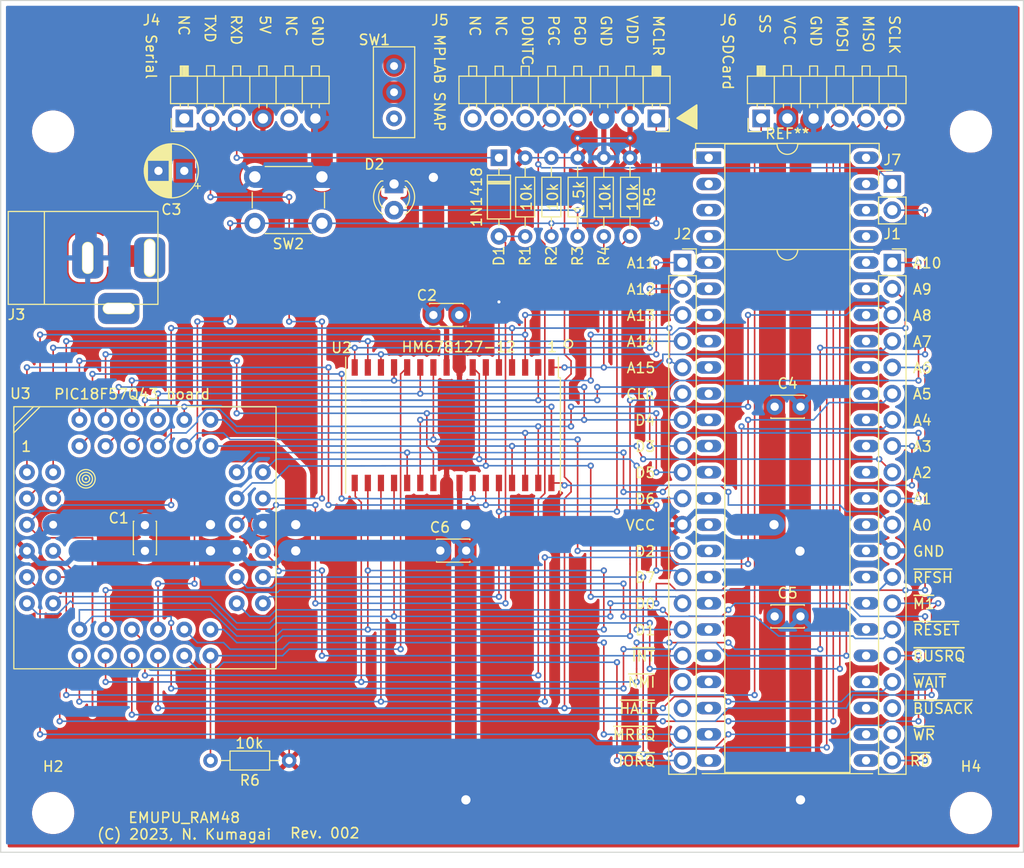
<source format=kicad_pcb>
(kicad_pcb (version 20221018) (generator pcbnew)
  (layers (0 "F.Cu" signal) (31 "B.Cu" signal) (34 "B.Paste" user) (35 "F.Paste" user) (36 "B.SilkS" user "B.Silkscreen") (37 "F.SilkS" user "F.Silkscreen") (38 "B.Mask" user) (39 "F.Mask" user) (44 "Edge.Cuts" user))
  (net 0 "")
  (net 1 "VCC")
  (net 2 "Net-(D1-A)")
  (net 3 "Net-(J5-Pin_1)")
  (net 4 "Net-(D2-A)")
  (net 5 "/A16")
  (net 6 "/A10")
  (net 7 "/A13")
  (net 8 "/A15")
  (net 9 "/D0")
  (net 10 "/D1")
  (net 11 "GND")
  (net 12 "/D2")
  (net 13 "/D3")
  (net 14 "/A9")
  (net 15 "/A11")
  (net 16 "/A14")
  (net 17 "/A12")
  (net 18 "/A7")
  (net 19 "/A6")
  (net 20 "/A5")
  (net 21 "/A4")
  (net 22 "/A0")
  (net 23 "/D4")
  (net 24 "/D5")
  (net 25 "/D6")
  (net 26 "/D7")
  (net 27 "/A2")
  (net 28 "/A1")
  (net 29 "/A8")
  (net 30 "/A3")
  (net 31 "Net-(D1-K)")
  (net 32 "/~{RFSH}")
  (net 33 "/~{M1}")
  (net 34 "/~{RESET}")
  (net 35 "/~{BUSRQ}")
  (net 36 "/~{WAIT}")
  (net 37 "/~{BUSAK}")
  (net 38 "/~{WR}")
  (net 39 "/~{RD}")
  (net 40 "/CLK")
  (net 41 "/~{INT}")
  (net 42 "/~{NMI}")
  (net 43 "/~{HALT}")
  (net 44 "/~{MREQ}")
  (net 45 "/~{IORQ}")
  (net 49 "/TEST")
  (net 53 "Net-(SW1-C)")
  (net 54 "Net-(U2-~{WE})")
  (net 55 "Net-(U2-~{OE})")
  (net 56 "Net-(J6-Pin_1)")
  (net 58 "Net-(J6-Pin_4)")
  (net 59 "Net-(J6-Pin_5)")
  (net 60 "Net-(J6-Pin_6)")
  (net 61 "Net-(J4-Pin_2)")
  (footprint "LED_THT:LED_D3.0mm" (layer "F.Cu") (at 121.92 76.2 -90)
    (fp_text reference "D2")
    (fp_text value "LED")
  )
  (footprint "Capacitor_THT:C_Disc_D3.0mm_W2.0mm_P2.50mm" (layer "F.Cu") (at 128.23 88.9 180)
    (fp_text reference "C2")
    (fp_text value "0.1uF")
  )
  (footprint "Resistor_THT:R_Axial_DIN0204_L3.6mm_D1.6mm_P7.62mm_Horizontal" (layer "F.Cu") (at 144.78 73.66 -90)
    (fp_text reference "R5")
    (fp_text value "10k")
  )
  (footprint "Diode_THT:D_DO-35_SOD27_P7.62mm_Horizontal" (layer "F.Cu") (at 132.08 73.66 -90)
    (fp_text reference "D1")
    (fp_text value "1N4148")
  )
  (footprint "0-local:PowerSW_for_SBC_series" (layer "F.Cu") (at 121.92 67.31 -90)
    (fp_text reference "SW1")
    (fp_text value "SW_SPDT")
  )
  (footprint "0-local:DIP-48_W15.24mm_Socket_OvalPad_splitcouryard" (layer "F.Cu") (at 152.4 73.66)
    (fp_text reference "REF**")
    (fp_text value "DIP-48_W15.24mm_Socket_OvalPad_nocourtyard")
  )
  (footprint "MountingHole:MountingHole_3.5mm" (layer "F.Cu") (at 88.9 137.16)
    (fp_text reference "H2")
    (fp_text value "MountingHole")
  )
  (footprint "Connector_PinHeader_2.54mm:PinHeader_1x02_P2.54mm_Vertical" (layer "F.Cu") (at 170.18 76.2)
    (fp_text reference "J7")
    (fp_text value "Conn_01x02_Pin")
  )
  (footprint "Package_SO:TSOP-II-32_21.0x10.2mm_P1.27mm" (layer "F.Cu") (at 127.635 99.58 -90)
    (fp_text reference "U2")
    (fp_text value "HM678127_SOJ32_Arranged")
  )
  (footprint "Resistor_THT:R_Axial_DIN0204_L3.6mm_D1.6mm_P7.62mm_Horizontal" (layer "F.Cu") (at 142.24 81.28 90)
    (fp_text reference "R4")
    (fp_text value "10k")
  )
  (footprint "0-local:PinHeader_1x08_P2.54mm_Rev_Horizontal_Nofoot" (layer "F.Cu") (at 129.474 69.8696 90)
    (fp_text reference "J5")
    (fp_text value "Conn_01x08_Pin")
  )
  (footprint "Capacitor_THT:C_Disc_D3.0mm_W2.0mm_P2.50mm" (layer "F.Cu") (at 158.79 118.11)
    (fp_text reference "C5")
    (fp_text value "0.1uF")
  )
  (footprint "MountingHole:MountingHole_3.5mm" (layer "F.Cu") (at 88.9 71.12)
    (fp_text reference "H5" hide)
    (fp_text value "MountingHole")
  )
  (footprint "Resistor_THT:R_Axial_DIN0204_L3.6mm_D1.6mm_P7.62mm_Horizontal" (layer "F.Cu") (at 111.76 132.08 180)
    (fp_text reference "R6")
    (fp_text value "10k")
  )
  (footprint "MountingHole:MountingHole_3.5mm" (layer "F.Cu") (at 177.8 137.16)
    (fp_text reference "H4")
    (fp_text value "MountingHole")
  )
  (footprint "0-local:Quad-2x6" (layer "F.Cu") (at 86.36 99.06)
    (fp_text reference "U3")
    (fp_text value "PIC18F57Q43-IPT")
  )
  (footprint "Capacitor_THT:C_Disc_D3.0mm_W2.0mm_P2.50mm" (layer "F.Cu") (at 97.79 111.76 90)
    (fp_text reference "C1")
    (fp_text value "0.1uF")
  )
  (footprint "Resistor_THT:R_Axial_DIN0204_L3.6mm_D1.6mm_P7.62mm_Horizontal" (layer "F.Cu") (at 134.62 73.66 -90)
    (fp_text reference "R1")
    (fp_text value "10k")
  )
  (footprint "Resistor_THT:R_Axial_DIN0204_L3.6mm_D1.6mm_P7.62mm_Horizontal" (layer "F.Cu") (at 139.7 73.66 -90)
    (fp_text reference "R3")
    (fp_text value "1.5k")
  )
  (footprint "0-local:PinHeader_1x06_P2.54mm_Horizontal_NoFeet" (layer "F.Cu") (at 101.6 69.85 90)
    (fp_text reference "J4")
    (fp_text value "Conn_01x06_Pin")
  )
  (footprint "Capacitor_THT:C_Disc_D3.0mm_W2.0mm_P2.50mm" (layer "F.Cu") (at 126.405 111.7346)
    (fp_text reference "C6")
    (fp_text value "0.1uF")
  )
  (footprint "Capacitor_THT:C_Disc_D3.0mm_W2.0mm_P2.50mm" (layer "F.Cu") (at 158.79 97.79)
    (fp_text reference "C4")
    (fp_text value "0.1uF")
  )
  (footprint "MountingHole:MountingHole_3.5mm" (layer "F.Cu") (at 177.8 71.12)
    (fp_text reference "H6" hide)
    (fp_text value "MountingHole")
  )
  (footprint "0-local:PinHeader_1x06_P2.54mm_Horizontal_NoFeet" (layer "F.Cu") (at 157.48 69.85 90)
    (fp_text reference "J6")
    (fp_text value "Conn_01x06_Pin")
  )
  (footprint "0-local:SW_PUSH_6mm_H4.3mm" (layer "F.Cu") (at 114.935 80.01 180)
    (fp_text reference "SW2")
    (fp_text value "SW_SPST")
  )
  (footprint "0-local:BARREL_JACK" (layer "F.Cu") (at 92.265 83.366)
    (fp_text reference "J3")
    (fp_text value "Barrel_Jack_Switch")
  )
  (footprint "Connector_PinSocket_2.54mm:PinSocket_1x20_P2.54mm_Vertical" (layer "F.Cu") (at 170.18 83.82)
    (fp_text reference "J1")
    (fp_text value "Conn_01x20_Socket")
  )
  (footprint "Resistor_THT:R_Axial_DIN0204_L3.6mm_D1.6mm_P7.62mm_Horizontal" (layer "F.Cu") (at 137.16 73.66 -90)
    (fp_text reference "R2")
    (fp_text value "10k")
  )
  (footprint "Connector_PinSocket_2.54mm:PinSocket_1x20_P2.54mm_Vertical" (layer "F.Cu") (at 149.86 83.82)
    (fp_text reference "J2")
    (fp_text value "Conn_01x20_Socket")
  )
  (footprint "Capacitor_THT:CP_Radial_D5.0mm_P2.50mm" (layer "F.Cu") (at 101.6 74.93 180)
    (fp_text reference "C3")
    (fp_text value "10uF")
  )
  (gr_poly (pts (xy 149.332461 69.820692) (xy 151.237461 70.836692) (xy 151.237461 68.550692)) (stroke (width 0.15)) (fill solid) (layer "F.SilkS"))
  (gr_circle (center 138.811 91.694) (end 138.938 92.075) (stroke (width 0.15)) (fill none) (layer "F.SilkS"))
  (gr_line (start 182.88 58.42) (end 182.88 140.97) (stroke (width 0.1)) (layer "Edge.Cuts"))
  (gr_line (start 83.82 140.97) (end 83.82 58.42) (stroke (width 0.1)) (layer "Edge.Cuts"))
  (gr_line (start 182.88 140.97) (end 83.82 140.97) (stroke (width 0.1)) (layer "Edge.Cuts"))
  (gr_line (start 182.88 58.42) (end 83.82 58.42) (stroke (width 0.1)) (layer "Edge.Cuts"))
  (gr_text "A7" (at 172.085 92.075) (layer "F.SilkS") (effects (font (size 1 1)) (justify left bottom)))
  (gr_text "10k" (at 134.747 77.47 90) (layer "F.SilkS") (effects (font (size 1 1))))
  (gr_text "NC" (at 131.7 59.75 -90) (layer "F.SilkS") (effects (font (size 1 1)) (justify left bottom)))
  (gr_text "MPLAB SNAP" (at 125.73 61.595 -90) (layer "F.SilkS") (effects (font (size 1 1)) (justify left bottom)))
  (gr_text "NC" (at 129.16 59.75 -90) (layer "F.SilkS") (effects (font (size 1 1)) (justify left bottom)))
  (gr_text "~{RD}" (at 173.99 132.715) (layer "F.SilkS") (effects (font (size 1 1)) (justify right bottom)))
  (gr_text "SDCard" (at 153.67 61.595 -90) (layer "F.SilkS") (effects (font (size 1 1)) (justify left bottom)))
  (gr_text "DONTC" (at 134.24 59.75 -90) (layer "F.SilkS") (effects (font (size 1 1)) (justify left bottom)))
  (gr_text "A2" (at 172.085 104.775) (layer "F.SilkS") (effects (font (size 1 1)) (justify left bottom)))
  (gr_text "D5" (at 147.32 104.775) (layer "F.SilkS") (effects (font (size 1 1)) (justify right bottom)))
  (gr_text "NC" (at 100.965 59.69 270) (layer "F.SilkS") (effects (font (size 1 1)) (justify left bottom)))
  (gr_text "D1" (at 147.32 120.015) (layer "F.SilkS") (effects (font (size 1 1)) (justify right bottom)))
  (gr_text "VCC" (at 159.639 59.817 -90) (layer "F.SilkS") (effects (font (size 1 1)) (justify left bottom)))
  (gr_text "TXD" (at 103.505 59.69 270) (layer "F.SilkS") (effects (font (size 1 1)) (justify left bottom)))
  (gr_text "A3" (at 172.085 102.235) (layer "F.SilkS") (effects (font (size 1 1)) (justify left bottom)))
  (gr_text "A9" (at 172.085 86.995) (layer "F.SilkS") (effects (font (size 1 1)) (justify left bottom)))
  (gr_text "A10" (at 172.085 84.455) (layer "F.SilkS") (effects (font (size 1 1)) (justify left bottom)))
  (gr_text "~{INT}" (at 147.32 122.555) (layer "F.SilkS") (effects (font (size 1 1)) (justify right bottom)))
  (gr_text "A4" (at 172.085 99.695) (layer "F.SilkS") (effects (font (size 1 1)) (justify left bottom)))
  (gr_text "EMUPU_RAM48\n(C) 2023, N. Kumagai" (at 101.6 138.43) (layer "F.SilkS") (effects (font (size 1 1))))
  (gr_text "10k" (at 137.287 77.47 90) (layer "F.SilkS") (effects (font (size 1 1))))
  (gr_text "~{RESET}" (at 172.085 120.015) (layer "F.SilkS") (effects (font (size 1 1)) (justify left bottom)))
  (gr_text "~{RFSH}" (at 172.085 114.935) (layer "F.SilkS") (effects (font (size 1 1)) (justify left bottom)))
  (gr_text "A13" (at 147.32 89.535) (layer "F.SilkS") (effects (font (size 1 1)) (justify right bottom)))
  (gr_text "10k" (at 142.367 77.47 90) (layer "F.SilkS") (effects (font (size 1 1))))
  (gr_text "10k" (at 145.034 77.47 90) (layer "F.SilkS") (effects (font (size 1 1))))
  (gr_text "NC" (at 111.38 59.75 270) (layer "F.SilkS") (effects (font (size 1 1)) (justify left bottom)))
  (gr_text "D3" (at 147.32 102.235) (layer "F.SilkS") (effects (font (size 1 1)) (justify right bottom)))
  (gr_text "GND" (at 113.919 59.75 -90) (layer "F.SilkS") (effects (font (size 1 1)) (justify left bottom)))
  (gr_text "D4" (at 147.32 99.695) (layer "F.SilkS") (effects (font (size 1 1)) (justify right bottom)))
  (gr_text "10k" (at 106.4514 130.9878) (layer "F.SilkS") (effects (font (size 1 1)) (justify left bottom)))
  (gr_text "D0" (at 147.32 117.475) (layer "F.SilkS") (effects (font (size 1 1)) (justify right bottom)))
  (gr_text "A6" (at 172.085 94.615) (layer "F.SilkS") (effects (font (size 1 1)) (justify left bottom)))
  (gr_text "MOSI" (at 164.72 59.75 -90) (layer "F.SilkS") (effects (font (size 1 1)) (justify left bottom)))
  (gr_text "CLK" (at 147.32 97.155) (layer "F.SilkS") (effects (font (size 1 1)) (justify right bottom)))
  (gr_text "5V" (at 108.84 59.75 270) (layer "F.SilkS") (effects (font (size 1 1)) (justify left bottom)))
  (gr_text "SS" (at 158.496 61.722 90) (layer "F.SilkS") (effects (font (size 1 1)) (justify left bottom)))
  (gr_text "SCLK" (at 169.8 59.75 -90) (layer "F.SilkS") (effects (font (size 1 1)) (justify left bottom)))
  (gr_text "GND" (at 162.18 59.75 -90) (layer "F.SilkS") (effects (font (size 1 1)) (justify left bottom)))
  (gr_text "Serial" (at 97.79 61.595 -90) (layer "F.SilkS") (effects (font (size 1 1)) (justify left bottom)))
  (gr_text "GND" (at 172.085 112.395) (layer "F.SilkS") (effects (font (size 1 1)) (justify left bottom)))
  (gr_text "~{BUSRQ}" (at 172.085 122.555) (layer "F.SilkS") (effects (font (size 1 1)) (justify left bottom)))
  (gr_text "GND" (at 141.86 59.75 -90) (layer "F.SilkS") (effects (font (size 1 1)) (justify left bottom)))
  (gr_text "~{WAIT}" (at 172.085 125.095) (layer "F.SilkS") (effects (font (size 1 1)) (justify left bottom)))
  (gr_text "PGC" (at 136.78 59.75 -90) (layer "F.SilkS") (effects (font (size 1 1)) (justify left bottom)))
  (gr_text "PGD" (at 139.32 59.75 -90) (layer "F.SilkS") (effects (font (size 1 1)) (justify left bottom)))
  (gr_text "~{BUSACK}" (at 172.085 127.635) (layer "F.SilkS") (effects (font (size 1 1)) (justify left bottom)))
  (gr_text "~{MREQ}" (at 147.32 130.175) (layer "F.SilkS") (effects (font (size 1 1)) (justify right bottom)))
  (gr_text "A11" (at 147.32 84.455) (layer "F.SilkS") (effects (font (size 1 1)) (justify right bottom)))
  (gr_text "1.5k" (at 139.827 77.47 90) (layer "F.SilkS") (effects (font (size 1 1))))
  (gr_text "A8" (at 172.085 89.535) (layer "F.SilkS") (effects (font (size 1 1)) (justify left bottom)))
  (gr_text "A0" (at 172.085 109.855) (layer "F.SilkS") (effects (font (size 1 1)) (justify left bottom)))
  (gr_text "VCC" (at 147.32 109.855) (layer "F.SilkS") (effects (font (size 1 1)) (justify right bottom)))
  (gr_text "~{HALT}" (at 147.32 127.635) (layer "F.SilkS") (effects (font (size 1 1)) (justify right bottom)))
  (gr_text "MCLR" (at 146.94 59.75 -90) (layer "F.SilkS") (effects (font (size 1 1)) (justify left bottom)))
  (gr_text "~{WR}" (at 172.085 130.175) (layer "F.SilkS") (effects (font (size 1 1)) (justify left bottom)))
  (gr_text "Rev. 002" (at 111.76 139.7) (layer "F.SilkS") (effects (font (size 1 1)) (justify left bottom)))
  (gr_text "VDD" (at 144.4 59.75 -90) (layer "F.SilkS") (effects (font (size 1 1)) (justify left bottom)))
  (gr_text "A12" (at 147.32 86.995) (layer "F.SilkS") (effects (font (size 1 1)) (justify right bottom)))
  (gr_text "D2" (at 147.32 112.395) (layer "F.SilkS") (effects (font (size 1 1)) (justify right bottom)))
  (gr_text "A5" (at 172.085 97.155) (layer "F.SilkS") (effects (font (size 1 1)) (justify left bottom)))
  (gr_text "HM678127-12" (at 122.555 92.583) (layer "F.SilkS") (effects (font (size 1 1)) (justify left bottom)))
  (gr_text "~{IORQ}" (at 147.32 132.715) (layer "F.SilkS") (effects (font (size 1 1)) (justify right bottom)))
  (gr_text "A14" (at 147.32 92.075) (layer "F.SilkS") (effects (font (size 1 1)) (justify right bottom)))
  (gr_text "1" (at 136.652 92.583) (layer "F.SilkS") (effects (font (size 1 1)) (justify left bottom)))
  (gr_text "~{NMI}" (at 147.32 125.095) (layer "F.SilkS") (effects (font (size 1 1)) (justify right bottom)))
  (gr_text "D7" (at 147.32 114.935) (layer "F.SilkS") (effects (font (size 1 1)) (justify right bottom)))
  (gr_text "D6" (at 147.32 107.315) (layer "F.SilkS") (effects (font (size 1 1)) (justify right bottom)))
  (gr_text "A15" (at 147.32 94.615) (layer "F.SilkS") (effects (font (size 1 1)) (justify right bottom)))
  (gr_text "PIC18F57Q43 board" (at 88.9 97.155) (layer "F.SilkS") (effects (font (size 1 1)) (justify left bottom)))
  (gr_text "MISO" (at 167.26 59.75 -90) (layer "F.SilkS") (effects (font (size 1 1)) (justify left bottom)))
  (gr_text "~{M1}" (at 172.085 117.475) (layer "F.SilkS") (effects (font (size 1 1)) (justify left bottom)))
  (gr_text "A1" (at 172.085 107.315) (layer "F.SilkS") (effects (font (size 1 1)) (justify left bottom)))
  (gr_text "RXD" (at 106.045 59.69 -90) (layer "F.SilkS") (effects (font (size 1 1)) (justify left bottom)))
  (segment (start 109.22 67.31) (end 99.06 67.31) (width 2.1) (layer "F.Cu") (net 1))
  (segment (start 144.78 71.755) (end 144.78 73.66) (width 0.1524) (layer "F.Cu") (net 1))
  (segment (start 101.6 76.2) (end 101.6 72.39) (width 2.1) (layer "F.Cu") (net 1))
  (segment (start 128.23 88.9) (end 128.23 73.7) (width 2.1) (layer "F.Cu") (net 1))
  (segment (start 158.75 109.2454) (end 158.75 138.43) (width 2.1) (layer "F.Cu") (net 1))
  (segment (start 126.405 111.7346) (end 126.405 107.5582) (width 2.1) (layer "F.Cu") (net 1))
  (segment (start 144.78 71.755) (end 144.78 69.85) (width 0.1524) (layer "F.Cu") (net 1))
  (segment (start 126.365 138.43) (end 126.405 111.7346) (width 2.1) (layer "F.Cu") (net 1))
  (segment (start 158.75 109.1946) (end 158.75 72.77) (width 2.1) (layer "F.Cu") (net 1))
  (segment (start 109.22 69.85) (end 109.22 67.31) (width 2.1) (layer "F.Cu") (net 1))
  (segment (start 125.799343 62.23) (end 125.729806 67.31) (width 2.1) (layer "F.Cu") (net 1))
  (segment (start 128.23 91.821) (end 128.23 93.95) (width 1.27) (layer "F.Cu") (net 1))
  (segment (start 112.395 111.76) (end 112.543 111.908) (width 2.1) (layer "F.Cu") (net 1))
  (segment (start 106.274 118.847) (end 104.521 117.094) (width 1.27) (layer "F.Cu") (net 1))
  (segment (start 125.729806 67.31) (end 119.38 67.31) (width 2.1) (layer "F.Cu") (net 1))
  (segment (start 106.7776 119.5026) (end 106.7776 119.3506) (width 2.1) (layer "F.Cu") (net 1))
  (segment (start 127.01 106.9532) (end 127.01 105.18) (width 1.27) (layer "F.Cu") (net 1))
  (segment (start 106.7776 119.3506) (end 106.274 118.847) (width 2.1) (layer "F.Cu") (net 1))
  (segment (start 139.7 73.66) (end 139.7 71.755) (width 0.1524) (layer "F.Cu") (net 1))
  (segment (start 101.6 72.39) (end 99.06 72.39) (width 2.1) (layer "F.Cu") (net 1))
  (segment (start 144.78 62.23) (end 125.799343 62.23) (width 2.1) (layer "F.Cu") (net 1))
  (segment (start 104.14 111.76) (end 104.14 116.713) (width 2.1) (layer "F.Cu") (net 1))
  (segment (start 104.14 116.713) (end 104.521 117.094) (width 2.1) (layer "F.Cu") (net 1))
  (segment (start 126.405 107.5582) (end 127.01 106.9532) (width 1.27) (layer "F.Cu") (net 1))
  (segment (start 160.02 62.23) (end 160.02 69.85) (width 2.1) (layer "F.Cu") (net 1))
  (segment (start 111.76 132.08) (end 111.76 117.475) (width 0.1524) (layer "F.Cu") (net 1))
  (segment (start 158.75 138.43) (end 126.365 138.43) (width 2.1) (layer "F.Cu") (net 1))
  (segment (start 149.86 109.22) (end 148.59 107.95) (width 0.508) (layer "F.Cu") (net 1))
  (segment (start 119.38 67.31) (end 109.22 67.31) (width 2.1) (layer "F.Cu") (net 1))
  (segment (start 125.729806 71.199806) (end 125.729806 67.31) (width 2.1) (layer "F.Cu") (net 1))
  (segment (start 158.7246 109.22) (end 158.75 109.1946) (width 2.1) (layer "F.Cu") (net 1))
  (segment (start 111.76 117.475) (end 111.591663 117.306663) (width 0.1524) (layer "F.Cu") (net 1))
  (segment (start 158.75 72.77) (end 160.02 71.5) (width 2.1) (layer "F.Cu") (net 1))
  (segment (start 148.844 110.236) (end 148.59 110.236) (width 0.1524) (layer "F.Cu") (net 1))
  (segment (start 149.86 109.22) (end 148.844 108.204) (width 0.1524) (layer "F.Cu") (net 1))
  (segment (start 158.7246 109.22) (end 158.75 109.2454) (width 2.1) (layer "F.Cu") (net 1))
  (segment (start 148.844 110.236) (end 149.86 109.22) (width 0.508) (layer "F.Cu") (net 1))
  (segment (start 160.02 71.5) (end 160.02 69.85) (width 2.1) (layer "F.Cu") (net 1))
  (segment (start 128.23 88.9) (end 128.23 91.821) (width 1.27) (layer "F.Cu") (net 1))
  (segment (start 109.395727 119.5026) (end 106.7776 119.5026) (width 2.1) (layer "F.Cu") (net 1))
  (segment (start 112.543 111.908) (end 112.543 116.355327) (width 2.1) (layer "F.Cu") (net 1))
  (segment (start 128.23 73.7) (end 125.729806 71.199806) (width 2.1) (layer "F.Cu") (net 1))
  (segment (start 144.78 62.23) (end 160.02 62.23) (width 2.1) (layer "F.Cu") (net 1))
  (segment (start 111.591663 117.306663) (end 109.395727 119.5026) (width 2.1) (layer "F.Cu") (net 1))
  (segment (start 99.06 72.39) (end 99.06 67.31) (width 2.1) (layer "F.Cu") (net 1))
  (segment (start 128.23 93.95) (end 128.26 93.98) (width 1.27) (layer "F.Cu") (net 1))
  (segment (start 112.543 116.355327) (end 111.591663 117.306663) (width 2.1) (layer "F.Cu") (net 1))
  (via (at 104.14 111.76) (size 1.27) (drill 0.9) (layers "F.Cu" "B.Cu") (net 1))
  (via (at 139.7 71.755) (size 0.61) (drill 0.3) (layers "F.Cu" "B.Cu") (net 1))
  (via (at 158.7246 109.22) (size 1.27) (drill 0.9) (layers "F.Cu" "B.Cu") (net 1))
  (via (at 112.395 111.76) (size 1.27) (drill 0.9) (layers "F.Cu" "B.Cu") (net 1))
  (via (at 144.78 71.755) (size 0.61) (drill 0.3) (layers "F.Cu" "B.Cu") (net 1))
  (segment (start 153.8986 107.9246) (end 155.1178 109.1438) (width 0.508) (layer "B.Cu") (net 1))
  (segment (start 112.4204 111.7346) (end 112.395 111.76) (width 2.1) (layer "B.Cu") (net 1))
  (segment (start 87.571 112.971) (end 90.229 112.971) (width 0.508) (layer "B.Cu") (net 1))
  (segment (start 151.1554 107.9246) (end 153.8986 107.9246) (width 0.508) (layer "B.Cu") (net 1))
  (segment (start 112.395 111.76) (end 112.3696 111.7346) (width 2.1) (layer "B.Cu") (net 1))
  (segment (start 104.14 111.76) (end 91.44 111.76) (width 2.1) (layer "B.Cu") (net 1))
  (segment (start 139.7 71.755) (end 144.78 71.755) (width 0.1524) (layer "B.Cu") (net 1))
  (segment (start 106.68 111.76) (end 104.14 111.76) (width 2.1) (layer "B.Cu") (net 1))
  (segment (start 90.229 112.971) (end 91.44 111.76) (width 0.508) (layer "B.Cu") (net 1))
  (segment (start 158.7246 109.22) (end 155.1178 109.22) (width 2.1) (layer "B.Cu") (net 1))
  (segment (start 149.86 109.22) (end 151.1554 107.9246) (width 0.508) (layer "B.Cu") (net 1))
  (segment (start 86.36 111.76) (end 87.571 112.971) (width 0.508) (layer "B.Cu") (net 1))
  (segment (start 126.405 111.7346) (end 112.4204 111.7346) (width 2.1) (layer "B.Cu") (net 1))
  (segment (start 110.4728 112.971) (end 107.891 112.971) (width 0.508) (layer "B.Cu") (net 1))
  (segment (start 107.891 112.971) (end 106.68 111.76) (width 0.508) (layer "B.Cu") (net 1))
  (segment (start 155.1178 109.1438) (end 155.1178 109.22) (width 0.508) (layer "B.Cu") (net 1))
  (segment (start 111.7092 111.7346) (end 110.4728 112.971) (width 0.508) (layer "B.Cu") (net 1))
  (segment (start 137.16 73.66) (end 134.62 73.66) (width 0.1524) (layer "B.Cu") (net 1))
  (segment (start 112.3696 111.7346) (end 111.7092 111.7346) (width 2.1) (layer "B.Cu") (net 1))
  (segment (start 137.16 73.66) (end 139.7 73.66) (width 0.1524) (layer "B.Cu") (net 1))
  (segment (start 132.715 81.915) (end 132.715 116.84) (width 0.1524) (layer "F.Cu") (net 2))
  (segment (start 106.68 109.22) (end 107.315 108.585) (width 0.1524) (layer "F.Cu") (net 2))
  (segment (start 107.315 108.585) (end 108.1868 107.7132) (width 0.1524) (layer "F.Cu") (net 2))
  (segment (start 110.0918 107.7132) (end 110.49 107.315) (width 0.1524) (layer "F.Cu") (net 2))
  (segment (start 107.315 108.585) (end 107.7132 108.1868) (width 0.1524) (layer "F.Cu") (net 2))
  (segment (start 132.08 81.28) (end 132.715 81.915) (width 0.1524) (layer "F.Cu") (net 2))
  (segment (start 108.1868 107.7132) (end 110.0918 107.7132) (width 0.1524) (layer "F.Cu") (net 2))
  (segment (start 107.8394 108.0606) (end 106.68 109.22) (width 0.1524) (layer "F.Cu") (net 2))
  (segment (start 114.3 116.84) (end 114.3 107.315) (width 0.1524) (layer "F.Cu") (net 2))
  (via (at 114.3 107.315) (size 0.61) (drill 0.3) (layers "F.Cu" "B.Cu") (net 2))
  (via (at 132.715 116.84) (size 0.61) (drill 0.3) (layers "F.Cu" "B.Cu") (net 2))
  (via (at 110.49 107.315) (size 0.61) (drill 0.3) (layers "F.Cu" "B.Cu") (net 2))
  (via (at 114.3 116.84) (size 0.61) (drill 0.3) (layers "F.Cu" "B.Cu") (net 2))
  (segment (start 114.3 116.84) (end 132.715 116.84) (width 0.1524) (layer "B.Cu") (net 2))
  (segment (start 132.08 81.28) (end 134.62 81.28) (width 0.1524) (layer "B.Cu") (net 2))
  (segment (start 110.49 107.315) (end 114.3 107.315) (width 0.1524) (layer "B.Cu") (net 2))
  (segment (start 106.045 89.535) (end 106.045 80.01) (width 0.1524) (layer "F.Cu") (net 3))
  (segment (start 102.5905 114.935) (end 102.5905 103.821041) (width 0.1524) (layer "F.Cu") (net 3))
  (segment (start 99.06 114.935) (end 99.06 119.38) (width 0.1524) (layer "F.Cu") (net 3))
  (segment (start 102.5905 103.821041) (end 102.87 103.541541) (width 0.1524) (layer "F.Cu") (net 3))
  (segment (start 102.87 103.541541) (end 102.87 89.535) (width 0.1524) (layer "F.Cu") (net 3))
  (segment (start 137.16 80.01) (end 137.16 81.28) (width 0.1524) (layer "F.Cu") (net 3))
  (segment (start 147.32 80.01) (end 147.32 69.85) (width 0.1524) (layer "F.Cu") (net 3))
  (via (at 106.045 89.535) (size 0.61) (drill 0.3) (layers "F.Cu" "B.Cu") (net 3))
  (via (at 106.045 80.01) (size 0.61) (drill 0.3) (layers "F.Cu" "B.Cu") (net 3))
  (via (at 102.87 89.535) (size 0.61) (drill 0.3) (layers "F.Cu" "B.Cu") (net 3))
  (via (at 102.5905 114.935) (size 0.61) (drill 0.3) (layers "F.Cu" "B.Cu") (net 3))
  (via (at 137.16 80.01) (size 0.61) (drill 0.3) (layers "F.Cu" "B.Cu") (net 3))
  (via (at 99.06 114.935) (size 0.61) (drill 0.3) (layers "F.Cu" "B.Cu") (net 3))
  (via (at 147.32 80.01) (size 0.61) (drill 0.3) (layers "F.Cu" "B.Cu") (net 3))
  (segment (start 99.06 114.935) (end 102.5905 114.935) (width 0.1524) (layer "B.Cu") (net 3))
  (segment (start 106.045 80.01) (end 108.435 80.01) (width 0.1524) (layer "B.Cu") (net 3))
  (segment (start 137.16 80.01) (end 147.32 80.01) (width 0.1524) (layer "B.Cu") (net 3))
  (segment (start 114.935 80.01) (end 137.16 80.01) (width 0.1524) (layer "B.Cu") (net 3))
  (segment (start 108.435 80.01) (end 114.935 80.01) (width 0.1524) (layer "B.Cu") (net 3))
  (segment (start 102.87 89.535) (end 106.045 89.535) (width 0.1524) (layer "B.Cu") (net 3))
  (segment (start 139.7 78.74) (end 139.7 81.28) (width 0.1524) (layer "F.Cu") (net 4))
  (via (at 139.7 78.74) (size 0.61) (drill 0.3) (layers "F.Cu" "B.Cu") (net 4))
  (segment (start 121.92 78.74) (end 139.7 78.74) (width 0.1524) (layer "B.Cu") (net 4))
  (segment (start 142.24 81.28) (end 142.24 93.98) (width 0.1524) (layer "F.Cu") (net 5))
  (segment (start 173.355 78.781762) (end 173.355 78.74) (width 0.1524) (layer "F.Cu") (net 5))
  (segment (start 173.355 92.71) (end 173.355 78.82554) (width 0.1524) (layer "F.Cu") (net 5))
  (segment (start 173.333111 78.803651) (end 173.355 78.781762) (width 0.1524) (layer "F.Cu") (net 5))
  (segment (start 173.355 78.82554) (end 173.333111 78.803651) (width 0.1524) (layer "F.Cu") (net 5))
  (segment (start 137.16 93.98) (end 138.43 93.98) (width 0.1524) (layer "F.Cu") (net 5))
  (via (at 173.355 92.71) (size 0.61) (drill 0.3) (layers "F.Cu" "B.Cu") (net 5))
  (via (at 173.355 78.74) (size 0.61) (drill 0.3) (layers "F.Cu" "B.Cu") (net 5))
  (via (at 142.24 93.98) (size 0.61) (drill 0.3) (layers "F.Cu" "B.Cu") (net 5))
  (via (at 138.43 93.98) (size 0.61) (drill 0.3) (layers "F.Cu" "B.Cu") (net 5))
  (segment (start 147.32 93.98) (end 147.955 93.345) (width 0.1524) (layer "B.Cu") (net 5))
  (segment (start 147.955 93.345) (end 147.955 92.71) (width 0.1524) (layer "B.Cu") (net 5))
  (segment (start 170.18 78.74) (end 173.355 78.74) (width 0.1524) (layer "B.Cu") (net 5))
  (segment (start 147.955 92.71) (end 173.355 92.71) (width 0.1524) (layer "B.Cu") (net 5))
  (segment (start 138.43 93.98) (end 147.32 93.98) (width 0.1524) (layer "B.Cu") (net 5))
  (segment (start 97.79 97.155) (end 97.79 100.33) (width 0.1524) (layer "F.Cu") (net 6))
  (segment (start 141.605 95.885) (end 141.605 97.155) (width 0.1524) (layer "F.Cu") (net 6))
  (segment (start 97.79 100.33) (end 96.52 101.6) (width 0.1524) (layer "F.Cu") (net 6))
  (segment (start 135.89 93.98) (end 135.89 97.155) (width 0.1524) (layer "F.Cu") (net 6))
  (segment (start 172.72 95.25) (end 172.72 83.82) (width 0.1524) (layer "F.Cu") (net 6))
  (via (at 141.605 97.155) (size 0.61) (drill 0.3) (layers "F.Cu" "B.Cu") (net 6))
  (via (at 97.79 97.155) (size 0.61) (drill 0.3) (layers "F.Cu" "B.Cu") (net 6))
  (via (at 172.72 95.25) (size 0.61) (drill 0.3) (layers "F.Cu" "B.Cu") (net 6))
  (via (at 141.605 95.885) (size 0.61) (drill 0.3) (layers "F.Cu" "B.Cu") (net 6))
  (via (at 135.89 97.155) (size 0.61) (drill 0.3) (layers "F.Cu" "B.Cu") (net 6))
  (via (at 172.72 83.82) (size 0.61) (drill 0.3048) (layers "F.Cu" "B.Cu") (net 6))
  (segment (start 149.225 95.25) (end 172.72 95.25) (width 0.1524) (layer "B.Cu") (net 6))
  (segment (start 148.59 95.885) (end 149.225 95.25) (width 0.1524) (layer "B.Cu") (net 6))
  (segment (start 119.253 97.155) (end 135.89 97.155) (width 0.1524) (layer "B.Cu") (net 6))
  (segment (start 172.72 83.82) (end 170.18 83.82) (width 0.1524) (layer "B.Cu") (net 6))
  (segment (start 141.605 97.155) (end 118.745 97.155) (width 0.1524) (layer "B.Cu") (net 6))
  (segment (start 118.745 97.155) (end 119.253 97.155) (width 0.1524) (layer "B.Cu") (net 6))
  (segment (start 141.605 95.885) (end 148.59 95.885) (width 0.1524) (layer "B.Cu") (net 6))
  (segment (start 97.79 97.155) (end 119.253 97.155) (width 0.1524) (layer "B.Cu") (net 6))
  (segment (start 87.63 105.41) (end 87.63 90.805) (width 0.1524) (layer "F.Cu") (net 7))
  (segment (start 134.62 90.805) (end 134.62 93.98) (width 0.1524) (layer "F.Cu") (net 7))
  (segment (start 86.36 106.68) (end 87.63 105.41) (width 0.1524) (layer "F.Cu") (net 7))
  (segment (start 134.62 90.805) (end 134.62 88.9) (width 0.1524) (layer "F.Cu") (net 7))
  (via (at 134.62 88.9) (size 0.61) (drill 0.3) (layers "F.Cu" "B.Cu") (net 7))
  (via (at 87.63 90.805) (size 0.61) (drill 0.3) (layers "F.Cu" "B.Cu") (net 7))
  (via (at 134.62 90.805) (size 0.61) (drill 0.3) (layers "F.Cu" "B.Cu") (net 7))
  (segment (start 87.63 90.805) (end 134.62 90.805) (width 0.1524) (layer "B.Cu") (net 7))
  (segment (start 134.62 88.9) (end 149.86 88.9) (width 0.1524) (layer "B.Cu") (net 7))
  (segment (start 92.71 122.936) (end 92.71 110.49) (width 0.1524) (layer "F.Cu") (net 8))
  (segment (start 92.71 127.635) (end 92.71 122.936) (width 0.1524) (layer "F.Cu") (net 8))
  (segment (start 100.33 107.315) (end 100.33 90.17) (width 0.1524) (layer "F.Cu") (net 8))
  (segment (start 87.63 110.49) (end 86.36 109.22) (width 0.1524) (layer "F.Cu") (net 8))
  (segment (start 148.59 90.17) (end 148.59 93.345) (width 0.1524) (layer "F.Cu") (net 8))
  (segment (start 92.71 127.635) (end 92.71 110.49) (width 0.1524) (layer "F.Cu") (net 8))
  (segment (start 133.35 90.17) (end 133.35 93.98) (width 0.1524) (layer "F.Cu") (net 8))
  (segment (start 92.71 110.49) (end 87.63 110.49) (width 0.1524) (layer "F.Cu") (net 8))
  (via (at 148.59 90.17) (size 0.61) (drill 0.3) (layers "F.Cu" "B.Cu") (net 8))
  (via (at 100.33 90.17) (size 0.61) (drill 0.3) (layers "F.Cu" "B.Cu") (net 8))
  (via (at 148.59 93.345) (size 0.61) (drill 0.3) (layers "F.Cu" "B.Cu") (net 8))
  (via (at 133.35 90.17) (size 0.61) (drill 0.3) (layers "F.Cu" "B.Cu") (net 8))
  (via (at 100.33 107.315) (size 0.61) (drill 0.3) (layers "F.Cu" "B.Cu") (net 8))
  (segment (start 87.63 107.95) (end 87.6812 107.8988) (width 0.1524) (layer "B.Cu") (net 8))
  (segment (start 142.24 90.17) (end 133.35 90.17) (width 0.1524) (layer "B.Cu") (net 8))
  (segment (start 148.59 90.17) (end 142.24 90.17) (width 0.1524) (layer "B.Cu") (net 8))
  (segment (start 89.142366 107.8988) (end 89.726166 107.315) (width 0.1524) (layer "B.Cu") (net 8))
  (segment (start 100.33 90.17) (end 133.35 90.17) (width 0.1524) (layer "B.Cu") (net 8))
  (segment (start 148.59 93.345) (end 149.86 93.98) (width 0.1524) (layer "B.Cu") (net 8))
  (segment (start 86.36 109.22) (end 87.63 107.95) (width 0.1524) (layer "B.Cu") (net 8))
  (segment (start 87.6812 107.8988) (end 89.142366 107.8988) (width 0.1524) (layer "B.Cu") (net 8))
  (segment (start 89.726166 107.315) (end 100.33 107.315) (width 0.1524) (layer "B.Cu") (net 8))
  (segment (start 140.97 116.205) (end 140.97 103.505) (width 0.1524) (layer "F.Cu") (net 9))
  (segment (start 130.81 93.98) (end 130.81 103.505) (width 0.1524) (layer "F.Cu") (net 9))
  (via (at 140.97 103.505) (size 0.61) (drill 0.3) (layers "F.Cu" "B.Cu") (net 9))
  (via (at 130.81 103.505) (size 0.61) (drill 0.3) (layers "F.Cu" "B.Cu") (net 9))
  (via (at 140.97 116.205) (size 0.61) (drill 0.3) (layers "F.Cu" "B.Cu") (net 9))
  (segment (start 149.225 116.205) (end 149.86 116.84) (width 0.1524) (layer "B.Cu") (net 9))
  (segment (start 110.0918 105.1732) (end 111.76 103.505) (width 0.1524) (layer "B.Cu") (net 9))
  (segment (start 106.68 106.68) (end 108.1868 105.1732) (width 0.1524) (layer "B.Cu") (net 9))
  (segment (start 130.81 103.505) (end 140.97 103.505) (width 0.1524) (layer "B.Cu") (net 9))
  (segment (start 140.97 116.205) (end 149.225 116.205) (width 0.1524) (layer "B.Cu") (net 9))
  (segment (start 108.1868 105.1732) (end 110.0918 105.1732) (width 0.1524) (layer "B.Cu") (net 9))
  (segment (start 111.790344 103.535344) (end 130.81 103.505) (width 0.1524) (layer "B.Cu") (net 9))
  (segment (start 111.76 103.505) (end 111.790344 103.535344) (width 0.1524) (layer "B.Cu") (net 9))
  (segment (start 145.415 103.505) (end 145.415 119.38) (width 0.1524) (layer "F.Cu") (net 10))
  (segment (start 129.54 93.98) (end 130.175 94.615) (width 0.1524) (layer "F.Cu") (net 10))
  (segment (start 130.175 94.615) (end 130.175 102.87) (width 0.1524) (layer "F.Cu") (net 10))
  (via (at 145.415 119.38) (size 0.61) (drill 0.3) (layers "F.Cu" "B.Cu") (net 10))
  (via (at 145.415 103.505) (size 0.61) (drill 0.3) (layers "F.Cu" "B.Cu") (net 10))
  (via (at 130.175 102.87) (size 0.61) (drill 0.3) (layers "F.Cu" "B.Cu") (net 10))
  (segment (start 145.415 103.505) (end 144.78 102.87) (width 0.1524) (layer "B.Cu") (net 10))
  (segment (start 109.22 104.14) (end 110.49 102.87) (width 0.1524) (layer "B.Cu") (net 10))
  (segment (start 144.78 102.87) (end 130.175 102.87) (width 0.1524) (layer "B.Cu") (net 10))
  (segment (start 110.49 102.87) (end 130.175 102.87) (width 0.1524) (layer "B.Cu") (net 10))
  (segment (start 145.415 119.38) (end 149.86 119.38) (width 0.1524) (layer "B.Cu") (net 10))
  (segment (start 161.29 135.89) (end 161.2392 111.7854) (width 2.1) (layer "F.Cu") (net 11))
  (segment (start 128.27 107.7468) (end 128.27 108.6612) (width 0.508) (layer "F.Cu") (net 11))
  (segment (start 127.01 93.98) (end 127.01 90.18) (width 0.508) (layer "F.Cu") (net 11))
  (segment (start 161.288362 73.66) (end 162.315 72.633362) (width 2.1) (layer "F.Cu") (net 11))
  (segment (start 110.051327 102.133) (end 106.147 102.133) (width 2.1) (layer "F.Cu") (net 11))
  (segment (start 162.315 70.095) (end 162.56 69.85) (width 2.1) (layer "F.Cu") (net 11))
  (segment (start 114.3 69.85) (end 114.935 69.85) (width 2.1) (layer "F.Cu") (net 11))
  (segment (start 104.14 104.14) (end 104.14 109.22) (width 2.1) (layer "F.Cu") (net 11))
  (segment (start 106.147 102.133) (end 104.14 104.14) (width 1.27) (layer "F.Cu") (net 11))
  (segment (start 112.395 104.476673) (end 110.051327 102.133) (width 2.1) (layer "F.Cu") (net 11))
  (segment (start 161.2392 111.7854) (end 161.288362 73.66) (width 2.1) (layer "F.Cu") (net 11))
  (segment (start 114.935 69.85) (end 114.935 75.51) (width 2.1) (layer "F.Cu") (net 11))
  (segment (start 142.24 69.85) (end 142.24 73.66) (width 0.5) (layer "F.Cu") (net 11))
  (segment (start 127.01 90.18) (end 125.73 88.9) (width 0.508) (layer "F.Cu") (net 11))
  (segment (start 125.73 88.9) (end 125.73 75.565) (width 2.1) (layer "F.Cu") (net 11))
  (segment (start 112.395 109.22) (end 112.395 104.476673) (width 2.1) (layer "F.Cu") (net 11))
  (segment (start 162.315 72.633362) (end 162.315 70.095) (width 2.1) (layer "F.Cu") (net 11))
  (segment (start 128.27 108.6612) (end 128.8542 109.2454) (width 0.508) (layer "F.Cu") (net 11))
  (segment (start 128.26 105.18) (end 128.27 107.7468) (width 0.508) (layer "F.Cu") (net 11))
  (segment (start 132.08 93.98) (end 132.08 87.63) (width 0.1524) (layer "F.Cu") (net 11))
  (segment (start 128.8542 109.2454) (end 128.878555 135.89) (width 2.1) (layer "F.Cu") (net 11))
  (via (at 112.395 109.22) (size 1.27) (drill 0.9) (layers "F.Cu" "B.Cu") (net 11))
  (via (at 128.878555 135.89) (size 1.27) (drill 0.9) (layers "F.Cu" "B.Cu") (net 11))
  (via (at 128.8542 109.2454) (size 1.27) (drill 0.9) (layers "F.Cu" "B.Cu") (net 11))
  (via (at 125.73 75.565) (size 1.27) (drill 0.9) (layers "F.Cu" "B.Cu") (net 11))
  (via (at 161.2392 111.7854) (size 1.27) (drill 0.9) (layers "F.Cu" "B.Cu") (net 11))
  (via (at 104.14 109.22) (size 1.27) (drill 0.9) (layers "F.Cu" "B.Cu") (net 11))
  (via (at 132.08 87.63) (size 0.61) (drill 0.3) (layers "F.Cu" "B.Cu") (net 11))
  (via (at 161.29 135.89) (size 1.27) (drill 0.9) (layers "F.Cu" "B.Cu") (net 11))
  (segment (start 164.7698 111.7854) (end 164.7952 111.8108) (width 2.1) (layer "B.Cu") (net 11))
  (segment (start 128.878555 135.89) (end 161.29 135.89) (width 2.1) (layer "B.Cu") (net 11))
  (segment (start 161.2392 111.7854) (end 164.7698 111.7854) (width 2.1) (layer "B.Cu") (net 11))
  (segment (start 108.009 108.009) (end 109.22 109.22) (width 0.508) (layer "B.Cu") (net 11))
  (segment (start 99.06 79.375) (end 92.075 79.375) (width 2.1) (layer "B.Cu") (net 11))
  (segment (start 108.435 75.51) (end 114.935 75.51) (width 2.1) (layer "B.Cu") (net 11))
  (segment (start 169.131 110.711) (end 170.18 111.76) (width 0.508) (layer "B.Cu") (net 11))
  (segment (start 127 87.63) (end 125.73 88.9) (width 0.1524) (layer "B.Cu") (net 11))
  (segment (start 104.14 109.22) (end 105.351 108.009) (width 0.508) (layer "B.Cu") (net 11))
  (segment (start 112.395 109.22) (end 128.8542 109.2454) (width 2.1) (layer "B.Cu") (net 11))
  (segment (start 108.435 75.51) (end 121.793 75.55248) (width 2.1) (layer "B.Cu") (net 11))
  (segment (start 99.06 76.29) (end 99.06 64.95) (width 2.1) (layer "B.Cu") (net 11))
  (segment (start 165.895 110.711) (end 169.131 110.711) (width 0.508) (layer "B.Cu") (net 11))
  (segment (start 142.24 62.23) (end 142.24 69.85) (width 2.1) (layer "B.Cu") (net 11))
  (segment (start 88.9 109.22) (end 104.14 109.22) (width 2.1) (layer "B.Cu") (net 11))
  (segment (start 99.06 64.95) (end 114.3 64.95) (width 2.1) (layer "B.Cu") (net 11))
  (segment (start 99.1 74.93) (end 99.06 79.375) (width 2.1) (layer "B.Cu") (net 11))
  (segment (start 92.075 79.375) (end 92.075 83.19) (width 2.1) (layer "B.Cu") (net 11))
  (segment (start 125.73 75.565) (end 108.435 75.51) (width 2.1) (layer "B.Cu") (net 11))
  (segment (start 104.14 109.22) (end 97.79 109.26) (width 2.1) (layer "B.Cu") (net 11))
  (segment (start 109.22 109.22) (end 112.395 109.22) (width 2.1) (layer "B.Cu") (net 11))
  (segment (start 92.075 83.19) (end 92.25 83.365) (width 2.1) (layer "B.Cu") (net 11))
  (segment (start 114.3 69.85) (end 114.3 62.23) (width 2.1) (layer "B.Cu") (net 11))
  (segment (start 132.08 87.63) (end 127 87.63) (width 0.1524) (layer "B.Cu") (net 11))
  (segment (start 164.7952 111.8108) (end 165.895 110.711) (width 0.508) (layer "B.Cu") (net 11))
  (segment (start 162.56 62.23) (end 114.3 62.23) (width 2.1) (layer "B.Cu") (net 11))
  (segment (start 162.56 69.85) (end 162.56 62.23) (width 2.1) (layer "B.Cu") (net 11))
  (segment (start 105.351 108.009) (end 108.009 108.009) (width 0.508) (layer "B.Cu") (net 11))
  (segment (start 125.73 93.98) (end 125.73 100.965) (width 0.1524) (layer "F.Cu") (net 12))
  (segment (start 139.7 100.965) (end 139.7 111.76) (width 0.1524) (layer "F.Cu") (net 12))
  (via (at 139.7 111.76) (size 0.61) (drill 0.3) (layers "F.Cu" "B.Cu") (net 12))
  (via (at 125.73 100.965) (size 0.61) (drill 0.3) (layers "F.Cu" "B.Cu") (net 12))
  (via (at 139.7 100.965) (size 0.61) (drill 0.3) (layers "F.Cu" "B.Cu") (net 12))
  (segment (start 139.7 100.965) (end 106.045 100.965) (width 0.1524) (layer "B.Cu") (net 12))
  (segment (start 102.87 100.33) (end 101.6 101.6) (width 0.1524) (layer "B.Cu") (net 12))
  (segment (start 139.7 111.76) (end 149.86 111.76) (width 0.1524) (layer "B.Cu") (net 12))
  (segment (start 105.41 100.33) (end 102.87 100.33) (width 0.1524) (layer "B.Cu") (net 12))
  (segment (start 106.045 100.965) (end 105.41 100.33) (width 0.1524) (layer "B.Cu") (net 12))
  (segment (start 99.06 99.06) (end 99.06 96.52) (width 0.1524) (layer "F.Cu") (net 13))
  (segment (start 124.46 93.98) (end 124.46 96.52) (width 0.1524) (layer "F.Cu") (net 13))
  (segment (start 146.685 96.52) (end 146.685 101.6) (width 0.1524) (layer "F.Cu") (net 13))
  (via (at 146.685 101.6) (size 0.61) (drill 0.3) (layers "F.Cu" "B.Cu") (net 13))
  (via (at 124.46 96.52) (size 0.61) (drill 0.3) (layers "F.Cu" "B.Cu") (net 13))
  (via (at 99.06 96.52) (size 0.61) (drill 0.3) (layers "F.Cu" "B.Cu") (net 13))
  (via (at 146.685 96.52) (size 0.61) (drill 0.3) (layers "F.Cu" "B.Cu") (net 13))
  (segment (start 146.685 101.6) (end 149.86 101.6) (width 0.1524) (layer "B.Cu") (net 13))
  (segment (start 124.46 96.52) (end 146.685 96.52) (width 0.1524) (layer "B.Cu") (net 13))
  (segment (start 99.06 96.52) (end 124.46 96.52) (width 0.1524) (layer "B.Cu") (net 13))
  (segment (start 140.97 95.25) (end 140.97 90.805) (width 0.1524) (layer "F.Cu") (net 14))
  (segment (start 171.45 90.17) (end 171.45 87.4812) (width 0.1524) (layer "F.Cu") (net 14))
  (segment (start 121.92 93.98) (end 121.92 95.25) (width 0.1524) (layer "F.Cu") (net 14))
  (segment (start 171.45 87.4812) (end 170.18 86.36) (width 0.1524) (layer "F.Cu") (net 14))
  (segment (start 96.52 99.06) (end 96.52 95.25) (width 0.1524) (layer "F.Cu") (net 14))
  (via (at 96.52 95.25) (size 0.61) (drill 0.3) (layers "F.Cu" "B.Cu") (net 14))
  (via (at 171.45 90.17) (size 0.61) (drill 0.3) (layers "F.Cu" "B.Cu") (net 14))
  (via (at 121.92 95.25) (size 0.61) (drill 0.3) (layers "F.Cu" "B.Cu") (net 14))
  (via (at 140.97 95.25) (size 0.61) (drill 0.3) (layers "F.Cu" "B.Cu") (net 14))
  (via (at 140.97 90.805) (size 0.61) (drill 0.3) (layers "F.Cu" "B.Cu") (net 14))
  (segment (start 140.97 90.805) (end 148.845083 90.805) (width 0.1524) (layer "B.Cu") (net 14))
  (segment (start 148.845083 90.805) (end 149.544383 90.17) (width 0.1524) (layer "B.Cu") (net 14))
  (segment (start 96.52 95.25) (end 122.682 95.25) (width 0.1524) (layer "B.Cu") (net 14))
  (segment (start 149.544383 90.17) (end 171.45 90.17) (width 0.1524) (layer "B.Cu") (net 14))
  (segment (start 122.682 95.25) (end 140.97 95.25) (width 0.1524) (layer "B.Cu") (net 14))
  (segment (start 147.32 92.71) (end 147.32 83.82) (width 0.1524) (layer "F.Cu") (net 15))
  (segment (start 120.65 92.71) (end 120.65 93.98) (width 0.1524) (layer "F.Cu") (net 15))
  (segment (start 93.98 99.06) (end 93.98 92.71) (width 0.1524) (layer "F.Cu") (net 15))
  (via (at 93.98 92.71) (size 0.61) (drill 0.3) (layers "F.Cu" "B.Cu") (net 15))
  (via (at 147.32 83.82) (size 0.61) (drill 0.3) (layers "F.Cu" "B.Cu") (net 15))
  (via (at 147.32 92.71) (size 0.61) (drill 0.3) (layers "F.Cu" "B.Cu") (net 15))
  (via (at 120.65 92.71) (size 0.61) (drill 0.3) (layers "F.Cu" "B.Cu") (net 15))
  (segment (start 113.665 92.71) (end 120.65 92.71) (width 0.1524) (layer "B.Cu") (net 15))
  (segment (start 93.98 92.71) (end 113.665 92.71) (width 0.1524) (layer "B.Cu") (net 15))
  (segment (start 147.32 83.82) (end 149.86 83.82) (width 0.1524) (layer "B.Cu") (net 15))
  (segment (start 120.65 92.71) (end 147.32 92.71) (width 0.1524) (layer "B.Cu") (net 15))
  (segment (start 88.9 106.68) (end 90.17 105.41) (width 0.1524) (layer "F.Cu") (net 16))
  (segment (start 90.17 105.41) (end 90.17 91.44) (width 0.1524) (layer "F.Cu") (net 16))
  (segment (start 119.38 91.44) (end 119.38 93.98) (width 0.1524) (layer "F.Cu") (net 16))
  (via (at 119.38 91.44) (size 0.61) (drill 0.3) (layers "F.Cu" "B.Cu") (net 16))
  (via (at 90.17 91.44) (size 0.61) (drill 0.3) (layers "F.Cu" "B.Cu") (net 16))
  (segment (start 90.17 91.44) (end 119.38 91.44) (width 0.1524) (layer "B.Cu") (net 16))
  (segment (start 119.38 91.44) (end 149.86 91.44) (width 0.1524) (layer "B.Cu") (net 16))
  (segment (start 88.9 104.14) (end 88.9 93.98) (width 0.1524) (layer "F.Cu") (net 17))
  (segment (start 88.9 93.98) (end 88.9 92.075) (width 0.1524) (layer "F.Cu") (net 17))
  (segment (start 118.11 92.075) (end 118.11 93.98) (width 0.1524) (layer "F.Cu") (net 17))
  (segment (start 146.685 86.36) (end 146.685 92.075) (width 0.1524) (layer "F.Cu") (net 17))
  (via (at 146.685 86.36) (size 0.61) (drill 0.3) (layers "F.Cu" "B.Cu") (net 17))
  (via (at 118.11 92.075) (size 0.61) (drill 0.3) (layers "F.Cu" "B.Cu") (net 17))
  (via (at 146.685 92.075) (size 0.61) (drill 0.3) (layers "F.Cu" "B.Cu") (net 17))
  (via (at 88.9 92.075) (size 0.61) (drill 0.3) (layers "F.Cu" "B.Cu") (net 17))
  (segment (start 146.685 86.36) (end 149.86 86.36) (width 0.1524) (layer "B.Cu") (net 17))
  (segment (start 118.11 92.075) (end 146.685 92.075) (width 0.1524) (layer "B.Cu") (net 17))
  (segment (start 88.9 92.075) (end 111.125 92.075) (width 0.1524) (layer "B.Cu") (net 17))
  (segment (start 111.125 92.075) (end 118.11 92.075) (width 0.1524) (layer "B.Cu") (net 17))
  (segment (start 148.59 120.65) (end 154.305 120.65) (width 0.1524) (layer "F.Cu") (net 18))
  (segment (start 93.98 121.92) (end 93.98 124.46) (width 0.1524) (layer "F.Cu") (net 18))
  (segment (start 145.415 123.19) (end 145.415 120.65) (width 0.1524) (layer "F.Cu") (net 18))
  (segment (start 118.745 107.061) (end 118.162373 106.478373) (width 0.1524) (layer "F.Cu") (net 18))
  (segment (start 118.745 124.46) (end 118.745 107.061) (width 0.1524) (layer "F.Cu") (net 18))
  (segment (start 118.162373 106.478373) (end 118.162373 106.172) (width 0.1524) (layer "F.Cu") (net 18))
  (segment (start 163.195 92.075) (end 163.195 121.285) (width 0.1524) (layer "F.Cu") (net 18))
  (segment (start 118.162373 106.172) (end 118.11 105.18) (width 0.1524) (layer "F.Cu") (net 18))
  (segment (start 145.415 124.46) (end 145.415 123.19) (width 0.1524) (layer "F.Cu") (net 18))
  (via (at 163.195 121.285) (size 0.61) (drill 0.3) (layers "F.Cu" "B.Cu") (net 18))
  (via (at 145.415 120.65) (size 0.61) (drill 0.3) (layers "F.Cu" "B.Cu") (net 18))
  (via (at 148.59 120.65) (size 0.61) (drill 0.3) (layers "F.Cu" "B.Cu") (net 18))
  (via (at 93.98 124.46) (size 0.61) (drill 0.3) (layers "F.Cu" "B.Cu") (net 18))
  (via (at 118.745 124.46) (size 0.61) (drill 0.3) (layers "F.Cu" "B.Cu") (net 18))
  (via (at 145.415 124.46) (size 0.61) (drill 0.3) (layers "F.Cu" "B.Cu") (net 18))
  (via (at 154.305 120.65) (size 0.61) (drill 0.3) (layers "F.Cu" "B.Cu") (net 18))
  (via (at 163.195 92.075) (size 0.61) (drill 0.3) (layers "F.Cu" "B.Cu") (net 18))
  (segment (start 106.045 124.46) (end 118.745 124.46) (width 0.1524) (layer "B.Cu") (net 18))
  (segment (start 145.415 120.65) (end 148.59 120.65) (width 0.1524) (layer "B.Cu") (net 18))
  (segment (start 166.5554 92.3112) (end 169.3088 92.3112) (width 0.1524) (layer "B.Cu") (net 18))
  (segment (start 163.195 92.075) (end 166.3192 92.075) (width 0.1524) (layer "B.Cu") (net 18))
  (segment (start 93.98 124.46) (end 106.045 124.46) (width 0.1524) (layer "B.Cu") (net 18))
  (segment (start 163.195 121.285) (end 154.94 121.285) (width 0.1524) (layer "B.Cu") (net 18))
  (segment (start 118.745 124.46) (end 145.415 124.46) (width 0.1524) (layer "B.Cu") (net 18))
  (segment (start 154.305 120.65) (end 154.94 121.285) (width 0.1524) (layer "B.Cu") (net 18))
  (segment (start 166.3192 92.075) (end 166.5554 92.3112) (width 0.1524) (layer "B.Cu") (net 18))
  (segment (start 169.3088 92.3112) (end 170.18 91.44) (width 0.1524) (layer "B.Cu") (net 18))
  (segment (start 144.145 125.095) (end 144.145 121.285) (width 0.1524) (layer "F.Cu") (net 19))
  (segment (start 171.45 115.57) (end 165.735 115.57) (width 0.1524) (layer "F.Cu") (net 19))
  (segment (start 142.24 119.38) (end 142.24 113.665) (width 0.1524) (layer "F.Cu") (net 19))
  (segment (start 165.735 115.57) (end 165.735 121.92) (width 0.1524) (layer "F.Cu") (net 19))
  (segment (start 173.355 93.98) (end 173.355 115.57) (width 0.1524) (layer "F.Cu") (net 19))
  (segment (start 100.33 118.745) (end 100.33 125.095) (width 0.1524) (layer "F.Cu") (net 19))
  (segment (start 119.38 113.665) (end 119.38 119.38) (width 0.1524) (layer "F.Cu") (net 19))
  (segment (start 119.38 113.665) (end 119.38 105.18) (width 0.1524) (layer "F.Cu") (net 19))
  (via (at 100.33 118.745) (size 0.61) (drill 0.3) (layers "F.Cu" "B.Cu") (net 19))
  (via (at 119.38 119.38) (size 0.61) (drill 0.3) (layers "F.Cu" "B.Cu") (net 19))
  (via (at 100.33 125.095) (size 0.61) (drill 0.3) (layers "F.Cu" "B.Cu") (net 19))
  (via (at 142.24 113.665) (size 0.61) (drill 0.3) (layers "F.Cu" "B.Cu") (net 19))
  (via (at 144.145 125.095) (size 0.61) (drill 0.3) (layers "F.Cu" "B.Cu") (net 19))
  (via (at 142.24 119.38) (size 0.61) (drill 0.3) (layers "F.Cu" "B.Cu") (net 19))
  (via (at 144.145 121.285) (size 0.61) (drill 0.3) (layers "F.Cu" "B.Cu") (net 19))
  (via (at 171.45 115.57) (size 0.61) (drill 0.3) (layers "F.Cu" "B.Cu") (net 19))
  (via (at 173.355 93.98) (size 0.61) (drill 0.3) (layers "F.Cu" "B.Cu") (net 19))
  (via (at 165.735 121.92) (size 0.61) (drill 0.3) (layers "F.Cu" "B.Cu") (net 19))
  (via (at 173.355 115.57) (size 0.61) (drill 0.3) (layers "F.Cu" "B.Cu") (net 19))
  (via (at 119.38 113.665) (size 0.61) (drill 0.3) (layers "F.Cu" "B.Cu") (net 19))
  (segment (start 106.68 120.015) (end 104.1146 117.475) (width 0.1524) (layer "B.Cu") (net 19))
  (segment (start 173.355 93.98) (end 170.18 93.98) (width 0.1524) (layer "B.Cu") (net 19))
  (segment (start 142.24 119.38) (end 119.38 119.38) (width 0.1524) (layer "B.Cu") (net 19))
  (segment (start 91.44 117.475) (end 102.87 117.475) (width 0.1524) (layer "B.Cu") (net 19))
  (segment (start 100.33 118.11) (end 100.33 118.745) (width 0.1524) (layer "B.Cu") (net 19))
  (segment (start 173.355 115.57) (end 171.45 115.57) (width 0.1524) (layer "B.Cu") (net 19))
  (segment (start 91.44 119.38) (end 92.71 118.11) (width 0.1524) (layer "B.Cu") (net 19))
  (segment (start 92.71 118.11) (end 100.33 118.11) (width 0.1524) (layer "B.Cu") (net 19))
  (segment (start 149.375999 120.65) (end 153.110156 120.65) (width 0.1524) (layer "B.Cu") (net 19))
  (segment (start 102.87 117.475) (end 104.1146 117.475) (width 0.1524) (layer "B.Cu") (net 19))
  (segment (start 144.145 121.285) (end 148.889799 121.285) (width 0.1524) (layer "B.Cu") (net 19))
  (segment (start 119.38 113.665) (end 142.24 113.665) (width 0.1524) (layer "B.Cu") (net 19))
  (segment (start 148.889799 121.285) (end 149.375999 120.65) (width 0.1524) (layer "B.Cu") (net 19))
  (segment (start 100.33 125.095) (end 144.145 125.095) (width 0.1524) (layer "B.Cu") (net 19))
  (segment (start 91.44 119.38) (end 91.44 117.475) (width 0.1524) (layer "B.Cu") (net 19))
  (segment (start 153.110156 120.65) (end 154.231356 121.92) (width 0.1524) (layer "B.Cu") (net 19))
  (segment (start 154.231356 121.92) (end 165.735 121.92) (width 0.1524) (layer "B.Cu") (net 19))
  (segment (start 119.38 119.38) (end 111.125 119.38) (width 0.1524) (layer "B.Cu") (net 19))
  (segment (start 111.125 119.38) (end 110.49 120.015) (width 0.1524) (layer "B.Cu") (net 19))
  (segment (start 110.49 120.015) (end 106.68 120.015) (width 0.1524) (layer "B.Cu") (net 19))
  (segment (start 156.21 99.06) (end 156.21 113.03) (width 0.1524) (layer "F.Cu") (net 20))
  (segment (start 91.44 121.92) (end 91.44 126.365) (width 0.1524) (layer "F.Cu") (net 20))
  (segment (start 120.65 126.365) (end 120.65 105.18) (width 0.1524) (layer "F.Cu") (net 20))
  (segment (start 136.525 126.365) (end 136.525 112.395) (width 0.1524) (layer "F.Cu") (net 20))
  (via (at 136.525 126.365) (size 0.61) (drill 0.3) (layers "F.Cu" "B.Cu") (net 20))
  (via (at 136.525 112.395) (size 0.61) (drill 0.3) (layers "F.Cu" "B.Cu") (net 20))
  (via (at 91.44 126.365) (size 0.61) (drill 0.3) (layers "F.Cu" "B.Cu") (net 20))
  (via (at 156.21 99.06) (size 0.61) (drill 0.3) (layers "F.Cu" "B.Cu") (net 20))
  (via (at 120.65 126.365) (size 0.61) (drill 0.3) (layers "F.Cu" "B.Cu") (net 20))
  (via (at 156.21 113.03) (size 0.61) (drill 0.3) (layers "F.Cu" "B.Cu") (net 20))
  (segment (start 169.3088 97.3912) (end 170.18 96.52) (width 0.1524) (layer "B.Cu") (net 20))
  (segment (start 162.56 99.06) (end 164.056001 97.3912) (width 0.1524) (layer "B.Cu") (net 20))
  (segment (start 120.65 126.365) (end 136.525 126.365) (width 0.1524) (layer "B.Cu") (net 20))
  (segment (start 91.44 126.365) (end 120.65 126.365) (width 0.1524) (layer "B.Cu") (net 20))
  (segment (start 149.225 113.03) (end 148.6916 112.395) (width 0.1524) (layer "B.Cu") (net 20))
  (segment (start 164.056001 97.3912) (end 169.3088 97.3912) (width 0.1524) (layer "B.Cu") (net 20))
  (segment (start 156.21 113.03) (end 149.225 113.03) (width 0.1524) (layer "B.Cu") (net 20))
  (segment (start 156.21 99.06) (end 162.56 99.06) (width 0.1524) (layer "B.Cu") (net 20))
  (segment (start 148.6916 112.395) (end 136.525 112.395) (width 0.1524) (layer "B.Cu") (net 20))
  (segment (start 154.305 114.935) (end 155.575 114.935) (width 0.1524) (layer "F.Cu") (net 21))
  (segment (start 153.67 115.57) (end 154.305 114.935) (width 0.1524) (layer "F.Cu") (net 21))
  (segment (start 147.32 116.205) (end 147.32 114.935) (width 0.1524) (layer "F.Cu") (net 21))
  (segment (start 147.32 116.84) (end 147.32 116.205) (width 0.1524) (layer "F.Cu") (net 21))
  (segment (start 149.225 115.57) (end 153.67 115.57) (width 0.1524) (layer "F.Cu") (net 21))
  (segment (start 148.59 114.935) (end 149.225 115.57) (width 0.1524) (layer "F.Cu") (net 21))
  (segment (start 142.875 118.11) (end 142.875 116.84) (width 0.1524) (layer "F.Cu") (net 21))
  (segment (start 121.92 105.18) (end 121.92 118.11) (width 0.1524) (layer "F.Cu") (net 21))
  (segment (start 147.32 114.935) (end 148.59 114.935) (width 0.1524) (layer "F.Cu") (net 21))
  (segment (start 155.575 114.935) (end 155.575 99.695) (width 0.1524) (layer "F.Cu") (net 21))
  (via (at 142.875 118.11) (size 0.61) (drill 0.3) (layers "F.Cu" "B.Cu") (net 21))
  (via (at 147.32 116.84) (size 0.61) (drill 0.3) (layers "F.Cu" "B.Cu") (net 21))
  (via (at 155.575 99.695) (size 0.61) (drill 0.3) (layers "F.Cu" "B.Cu") (net 21))
  (via (at 121.92 118.11) (size 0.61) (drill 0.3) (layers "F.Cu" "B.Cu") (net 21))
  (via (at 142.875 116.84) (size 0.61) (drill 0.3) (layers "F.Cu" "B.Cu") (net 21))
  (segment (start 110.49 118.11) (end 121.92 118.11) (width 0.1524) (layer "B.Cu") (net 21))
  (segment (start 142.875 116.84) (end 147.32 116.84) (width 0.1524) (layer "B.Cu") (net 21))
  (segment (start 155.575 99.695) (end 155.7858 99.9312) (width 0.1524) (layer "B.Cu") (net 21))
  (segment (start 109.855 118.745) (end 110.49 118.11) (width 0.1524) (layer "B.Cu") (net 21))
  (segment (start 89.535 116.205) (end 104.14 116.205) (width 0.1524) (layer "B.Cu") (net 21))
  (segment (start 89.535 116.205) (end 88.9 116.84) (width 0.1524) (layer "B.Cu") (net 21))
  (segment (start 121.92 118.11) (end 142.875 118.11) (width 0.1524) (layer "B.Cu") (net 21))
  (segment (start 155.7858 99.9312) (end 169.3088 99.9312) (width 0.1524) (layer "B.Cu") (net 21))
  (segment (start 104.14 116.205) (end 106.68 118.745) (width 0.1524) (layer "B.Cu") (net 21))
  (segment (start 169.3088 99.9312) (end 170.18 99.06) (width 0.1524) (layer "B.Cu") (net 21))
  (segment (start 106.68 118.745) (end 109.855 118.745) (width 0.1524) (layer "B.Cu") (net 21))
  (segment (start 144.145 102.235) (end 144.145 106.045) (width 0.1524) (layer "F.Cu") (net 22))
  (segment (start 123.19 105.18) (end 123.19 102.235) (width 0.1524) (layer "F.Cu") (net 22))
  (segment (start 153.4958 105.41) (end 148.59 105.41) (width 0.1524) (layer "F.Cu") (net 22))
  (segment (start 154.305 106.045) (end 153.4958 105.41) (width 0.1524) (layer "F.Cu") (net 22))
  (segment (start 148.59 105.41) (end 147.955 106.045) (width 0.1524) (layer "F.Cu") (net 22))
  (via (at 123.19 102.235) (size 0.61) (drill 0.3) (layers "F.Cu" "B.Cu") (net 22))
  (via (at 144.145 102.235) (size 0.61) (drill 0.3) (layers "F.Cu" "B.Cu") (net 22))
  (via (at 144.145 106.045) (size 0.61) (drill 0.3) (layers "F.Cu" "B.Cu") (net 22))
  (via (at 154.305 106.045) (size 0.61) (drill 0.3) (layers "F.Cu" "B.Cu") (net 22))
  (via (at 147.955 106.045) (size 0.61) (drill 0.3) (layers "F.Cu" "B.Cu") (net 22))
  (segment (start 165.1 107.315) (end 154.305 107.315) (width 0.1524) (layer "B.Cu") (net 22))
  (segment (start 144.145 106.045) (end 147.955 106.045) (width 0.1524) (layer "B.Cu") (net 22))
  (segment (start 108.585 102.235) (end 144.145 102.235) (width 0.1524) (layer "B.Cu") (net 22))
  (segment (start 170.18 109.22) (end 168.91 107.95) (width 0.1524) (layer "B.Cu") (net 22))
  (segment (start 165.1 107.315) (end 165.735 107.95) (width 0.1524) (layer "B.Cu") (net 22))
  (segment (start 165.735 107.95) (end 168.91 107.95) (width 0.1524) (layer "B.Cu") (net 22))
  (segment (start 154.305 107.315) (end 154.305 106.045) (width 0.1524) (layer "B.Cu") (net 22))
  (segment (start 106.68 104.14) (end 108.585 102.235) (width 0.1524) (layer "B.Cu") (net 22))
  (segment (start 93.98 101.6) (end 95.25 100.33) (width 0.1524) (layer "F.Cu") (net 23))
  (segment (start 124.46 99.06) (end 124.46 105.18) (width 0.1524) (layer "F.Cu") (net 23))
  (segment (start 95.25 100.33) (end 95.25 95.885) (width 0.1524) (layer "F.Cu") (net 23))
  (segment (start 140.335 95.885) (end 140.335 99.06) (width 0.1524) (layer "F.Cu") (net 23))
  (via (at 95.25 95.885) (size 0.61) (drill 0.3) (layers "F.Cu" "B.Cu") (net 23))
  (via (at 140.335 95.885) (size 0.61) (drill 0.3) (layers "F.Cu" "B.Cu") (net 23))
  (via (at 140.335 99.06) (size 0.61) (drill 0.3) (layers "F.Cu" "B.Cu") (net 23))
  (via (at 124.46 99.06) (size 0.61) (drill 0.3) (layers "F.Cu" "B.Cu") (net 23))
  (segment (start 95.25 95.885) (end 140.335 95.885) (width 0.1524) (layer "B.Cu") (net 23))
  (segment (start 140.335 99.06) (end 124.46 99.06) (width 0.1524) (layer "B.Cu") (net 23))
  (segment (start 140.335 99.06) (end 147.955 99.06) (width 0.1524) (layer "B.Cu") (net 23))
  (segment (start 147.955 99.06) (end 149.86 99.06) (width 0.1524) (layer "B.Cu") (net 23))
  (segment (start 125.095 101.6) (end 125.73 102.235) (width 0.1524) (layer "F.Cu") (net 24))
  (segment (start 147.32 98.425) (end 147.32 104.14) (width 0.1524) (layer "F.Cu") (net 24))
  (segment (start 106.68 93.345) (end 106.68 98.425) (width 0.1524) (layer "F.Cu") (net 24))
  (segment (start 125.73 102.235) (end 125.73 105.18) (width 0.1524) (layer "F.Cu") (net 24))
  (segment (start 125.095 98.425) (end 125.095 101.6) (width 0.1524) (layer "F.Cu") (net 24))
  (segment (start 91.44 99.06) (end 91.44 93.345) (width 0.1524) (layer "F.Cu") (net 24))
  (via (at 147.32 104.14) (size 0.61) (drill 0.3) (layers "F.Cu" "B.Cu") (net 24))
  (via (at 91.44 93.345) (size 0.61) (drill 0.3) (layers "F.Cu" "B.Cu") (net 24))
  (via (at 106.68 93.345) (size 0.61) (drill 0.3) (layers "F.Cu" "B.Cu") (net 24))
  (via (at 125.095 98.425) (size 0.61) (drill 0.3) (layers "F.Cu" "B.Cu") (net 24))
  (via (at 147.32 98.425) (size 0.61) (drill 0.3) (layers "F.Cu" "B.Cu") (net 24))
  (via (at 106.68 98.425) (size 0.61) (drill 0.3) (layers "F.Cu" "B.Cu") (net 24))
  (segment (start 106.68 98.425) (end 125.095 98.425) (width 0.1524) (layer "B.Cu") (net 24))
  (segment (start 147.32 104.14) (end 149.86 104.14) (width 0.1524) (layer "B.Cu") (net 24))
  (segment (start 125.095 98.425) (end 147.32 98.425) (width 0.1524) (layer "B.Cu") (net 24))
  (segment (start 106.68 93.345) (end 91.44 93.345) (width 0.1524) (layer "B.Cu") (net 24))
  (segment (start 129.54 106.68) (end 129.54 105.18) (width 0.1524) (layer "F.Cu") (net 25))
  (segment (start 91.44 101.6) (end 92.71 100.33) (width 0.1524) (layer "F.Cu") (net 25))
  (segment (start 116.84 106.68) (end 116.84 94.615) (width 0.1524) (layer "F.Cu") (net 25))
  (segment (start 92.71 100.33) (end 92.71 94.615) (width 0.1524) (layer "F.Cu") (net 25))
  (via (at 116.84 106.68) (size 0.61) (drill 0.3) (layers "F.Cu" "B.Cu") (net 25))
  (via (at 129.54 106.68) (size 0.61) (drill 0.3) (layers "F.Cu" "B.Cu") (net 25))
  (via (at 92.71 94.615) (size 0.61) (drill 0.3) (layers "F.Cu" "B.Cu") (net 25))
  (via (at 116.84 94.615) (size 0.61) (drill 0.3) (layers "F.Cu" "B.Cu") (net 25))
  (segment (start 129.4757 106.7443) (end 129.54 106.68) (width 0.1524) (layer "B.Cu") (net 25))
  (segment (start 149.86 106.68) (end 129.54 106.68) (width 0.1524) (layer "B.Cu") (net 25))
  (segment (start 116.84 94.615) (end 92.71 94.615) (width 0.1524) (layer "B.Cu") (net 25))
  (segment (start 116.84 106.68) (end 129.4757 106.7443) (width 0.1524) (layer "B.Cu") (net 25))
  (segment (start 130.81 107.315) (end 130.81 105.18) (width 0.1524) (layer "F.Cu") (net 26))
  (segment (start 147.32 107.315) (end 147.32 113.665) (width 0.1524) (layer "F.Cu") (net 26))
  (segment (start 115.57 93.98) (end 115.57 107.315) (width 0.1524) (layer "F.Cu") (net 26))
  (segment (start 86.36 104.14) (end 86.36 93.98) (width 0.1524) (layer "F.Cu") (net 26))
  (via (at 130.81 107.315) (size 0.61) (drill 0.3) (layers "F.Cu" "B.Cu") (net 26))
  (via (at 147.32 113.665) (size 0.61) (drill 0.3) (layers "F.Cu" "B.Cu") (net 26))
  (via (at 147.32 107.315) (size 0.61) (drill 0.3) (layers "F.Cu" "B.Cu") (net 26))
  (via (at 115.57 93.98) (size 0.61) (drill 0.3) (layers "F.Cu" "B.Cu") (net 26))
  (via (at 86.36 93.98) (size 0.61) (drill 0.3) (layers "F.Cu" "B.Cu") (net 26))
  (via (at 115.57 107.315) (size 0.61) (drill 0.3) (layers "F.Cu" "B.Cu") (net 26))
  (segment (start 86.36 93.98) (end 115.57 93.98) (width 0.1524) (layer "B.Cu") (net 26))
  (segment (start 115.57 107.315) (end 130.81 107.315) (width 0.1524) (layer "B.Cu") (net 26))
  (segment (start 147.32 113.665) (end 149.225 113.665) (width 0.1524) (layer "B.Cu") (net 26))
  (segment (start 149.225 113.665) (end 149.86 114.3) (width 0.1524) (layer "B.Cu") (net 26))
  (segment (start 130.81 107.315) (end 147.32 107.315) (width 0.1524) (layer "B.Cu") (net 26))
  (segment (start 133.35 105.18) (end 133.35 101.6) (width 0.1524) (layer "F.Cu") (net 27))
  (segment (start 168.91 102.87) (end 170.18 104.14) (width 0.1524) (layer "F.Cu") (net 27))
  (segment (start 145.415 101.6) (end 146.05 102.87) (width 0.1524) (layer "F.Cu") (net 27))
  (via (at 145.415 101.6) (size 0.61) (drill 0.3) (layers "F.Cu" "B.Cu") (net 27))
  (via (at 146.05 102.87) (size 0.61) (drill 0.3) (layers "F.Cu" "B.Cu") (net 27))
  (via (at 133.35 101.6) (size 0.61) (drill 0.3) (layers "F.Cu" "B.Cu") (net 27))
  (via (at 168.91 102.87) (size 0.61) (drill 0.3) (layers "F.Cu" "B.Cu") (net 27))
  (segment (start 133.35 101.6) (end 145.415 101.6) (width 0.1524) (layer "B.Cu") (net 27))
  (segment (start 104.14 101.6) (end 133.35 101.6) (width 0.1524) (layer "B.Cu") (net 27))
  (segment (start 146.05 102.87) (end 168.91 102.87) (width 0.1524) (layer "B.Cu") (net 27))
  (segment (start 172.72 100.33) (end 172.72 106.68) (width 0.1524) (layer "F.Cu") (net 28))
  (segment (start 134.62 105.18) (end 134.62 100.33) (width 0.1524) (layer "F.Cu") (net 28))
  (via (at 134.62 100.33) (size 0.61) (drill 0.3) (layers "F.Cu" "B.Cu") (net 28))
  (via (at 172.72 100.33) (size 0.61) (drill 0.3) (layers "F.Cu" "B.Cu") (net 28))
  (via (at 172.72 106.68) (size 0.61) (drill 0.3) (layers "F.Cu" "B.Cu") (net 28))
  (segment (start 104.14 99.06) (end 105.41 99.06) (width 0.1524) (layer "B.Cu") (net 28))
  (segment (start 170.18 106.68) (end 172.72 106.68) (width 0.1524) (layer "B.Cu") (net 28))
  (segment (start 146.05 100.33) (end 172.72 100.33) (width 0.1524) (layer "B.Cu") (net 28))
  (segment (start 106.68 100.33) (end 146.05 100.33) (width 0.1524) (layer "B.Cu") (net 28))
  (segment (start 105.41 99.06) (end 106.68 100.33) (width 0.1524) (layer "B.Cu") (net 28))
  (segment (start 156.21 97.79) (end 156.21 88.9) (width 0.1524) (layer "F.Cu") (net 29))
  (segment (start 139.065 99.695) (end 139.065 97.79) (width 0.1524) (layer "F.Cu") (net 29))
  (segment (start 135.89 105.18) (end 135.89 99.695) (width 0.1524) (layer "F.Cu") (net 29))
  (via (at 156.21 97.79) (size 0.61) (drill 0.3) (layers "F.Cu" "B.Cu") (net 29))
  (via (at 139.065 99.695) (size 0.61) (drill 0.3) (layers "F.Cu" "B.Cu") (net 29))
  (via (at 139.065 97.79) (size 0.61) (drill 0.3) (layers "F.Cu" "B.Cu") (net 29))
  (via (at 135.89 99.695) (size 0.61) (drill 0.3) (layers "F.Cu" "B.Cu") (net 29))
  (via (at 156.21 88.9) (size 0.61) (drill 0.3) (layers "F.Cu" "B.Cu") (net 29))
  (segment (start 106.68 99.695) (end 139.065 99.695) (width 0.1524) (layer "B.Cu") (net 29))
  (segment (start 166.6062 88.0288) (end 169.3088 88.0288) (width 0.1524) (layer "B.Cu") (net 29))
  (segment (start 169.3088 88.0288) (end 170.18 88.9) (width 0.1524) (layer "B.Cu") (net 29))
  (segment (start 100.33 100.33) (end 99.06 101.6) (width 0.1524) (layer "B.Cu") (net 29))
  (segment (start 102.87 98.868834) (end 102.87 99.251166) (width 0.1524) (layer "B.Cu") (net 29))
  (segment (start 101.791166 100.33) (end 100.33 100.33) (width 0.1524) (layer "B.Cu") (net 29))
  (segment (start 156.21 88.9) (end 165.735 88.9) (width 0.1524) (layer "B.Cu") (net 29))
  (segment (start 103.409417 98.329417) (end 103.712034 98.0268) (width 0.1524) (layer "B.Cu") (net 29))
  (segment (start 102.87 98.868834) (end 103.409417 98.329417) (width 0.1524) (layer "B.Cu") (net 29))
  (segment (start 102.87 99.251166) (end 101.791166 100.33) (width 0.1524) (layer "B.Cu") (net 29))
  (segment (start 103.712034 98.0268) (end 102.87 98.868834) (width 0.1524) (layer "B.Cu") (net 29))
  (segment (start 165.735 88.9) (end 166.6062 88.0288) (width 0.1524) (layer "B.Cu") (net 29))
  (segment (start 139.065 97.79) (end 156.21 97.79) (width 0.1524) (layer "B.Cu") (net 29))
  (segment (start 105.0118 98.0268) (end 106.68 99.695) (width 0.1524) (layer "B.Cu") (net 29))
  (segment (start 103.712034 98.0268) (end 105.0118 98.0268) (width 0.1524) (layer "B.Cu") (net 29))
  (segment (start 172.085 105.41) (end 172.085 101.6) (width 0.1524) (layer "F.Cu") (net 30))
  (segment (start 101.6 99.06) (end 101.6 97.79) (width 0.1524) (layer "F.Cu") (net 30))
  (segment (start 137.16 105.18) (end 138.2 105.18) (width 0.1524) (layer "F.Cu") (net 30))
  (segment (start 138.2 105.18) (end 138.43 105.41) (width 0.1524) (layer "F.Cu") (net 30))
  (segment (start 137.16 97.79) (end 137.16 105.18) (width 0.1524) (layer "F.Cu") (net 30))
  (via (at 172.085 105.41) (size 0.61) (drill 0.3) (layers "F.Cu" "B.Cu") (net 30))
  (via (at 101.6 97.79) (size 0.61) (drill 0.3) (layers "F.Cu" "B.Cu") (net 30))
  (via (at 137.16 97.79) (size 0.61) (drill 0.3) (layers "F.Cu" "B.Cu") (net 30))
  (via (at 138.43 105.41) (size 0.61) (drill 0.3) (layers "F.Cu" "B.Cu") (net 30))
  (via (at 172.085 101.6) (size 0.61) (drill 0.3) (layers "F.Cu" "B.Cu") (net 30))
  (segment (start 101.7106 97.6794) (end 101.6 97.79) (width 0.1524) (layer "B.Cu") (net 30))
  (segment (start 105.155698 97.6794) (end 101.7106 97.6794) (width 0.1524) (layer "B.Cu") (net 30))
  (segment (start 138.43 105.41) (end 172.085 105.41) (width 0.1524) (layer "B.Cu") (net 30))
  (segment (start 137.16 97.79) (end 105.266298 97.79) (width 0.1524) (layer "B.Cu") (net 30))
  (segment (start 172.085 101.6) (end 170.18 101.6) (width 0.1524) (layer "B.Cu") (net 30))
  (segment (start 105.266298 97.79) (end 105.155698 97.6794) (width 0.1524) (layer "B.Cu") (net 30))
  (segment (start 106.68 73.66) (end 106.68 69.85) (width 0.1524) (layer "F.Cu") (net 31))
  (via (at 106.68 73.66) (size 0.61) (drill 0.3) (layers "F.Cu" "B.Cu") (net 31))
  (segment (start 106.68 73.66) (end 132.08 73.66) (width 0.1524) (layer "B.Cu") (net 31))
  (segment (start 93.98 119.38) (end 93.98 115.57) (width 0.1524) (layer "F.Cu") (net 32))
  (via (at 93.98 115.57) (size 0.61) (drill 0.3) (layers "F.Cu" "B.Cu") (net 32))
  (segment (start 110.6424 115.7732) (end 110.8456 115.57) (width 0.1524) (layer "B.Cu") (net 32))
  (segment (start 168.9738 115.5062) (end 170.18 114.3) (width 0.1524) (layer "B.Cu") (net 32))
  (segment (start 107.315 115.57) (end 107.5182 115.7732) (width 0.1524) (layer "B.Cu") (net 32))
  (segment (start 93.98 115.57) (end 107.315 115.57) (width 0.1524) (layer "B.Cu") (net 32))
  (segment (start 118.11 115.57) (end 168.91 115.57) (width 0.1524) (layer "B.Cu") (net 32))
  (segment (start 168.91 115.57) (end 170.18 114.3) (width 0.1524) (layer "B.Cu") (net 32))
  (segment (start 110.8456 115.57) (end 118.11 115.57) (width 0.1524) (layer "B.Cu") (net 32))
  (segment (start 107.5182 115.7732) (end 110.6424 115.7732) (width 0.1524) (layer "B.Cu") (net 32))
  (segment (start 173.99 117.475) (end 174.625 116.84) (width 0.1524) (layer "F.Cu") (net 33))
  (segment (start 173.99 125.73) (end 173.99 117.475) (width 0.1524) (layer "F.Cu") (net 33))
  (segment (start 96.52 121.92) (end 96.52 127.635) (width 0.1524) (layer "F.Cu") (net 33))
  (via (at 174.625 116.84) (size 0.61) (drill 0.3) (layers "F.Cu" "B.Cu") (net 33))
  (via (at 173.99 125.73) (size 0.61) (drill 0.3) (layers "F.Cu" "B.Cu") (net 33))
  (via (at 96.52 127.635) (size 0.61) (drill 0.3) (layers "F.Cu" "B.Cu") (net 33))
  (segment (start 149.225 128.27) (end 153.035 128.27) (width 0.1524) (layer "B.Cu") (net 33))
  (segment (start 168.91 125.73) (end 173.99 125.73) (width 0.1524) (layer "B.Cu") (net 33))
  (segment (start 166.37 125.73) (end 168.91 125.73) (width 0.1524) (layer "B.Cu") (net 33))
  (segment (start 174.625 116.84) (end 170.18 116.84) (width 0.1524) (layer "B.Cu") (net 33))
  (segment (start 153.035 128.27) (end 154.305 127) (width 0.1524) (layer "B.Cu") (net 33))
  (segment (start 165.735 127) (end 166.37 125.73) (width 0.1524) (layer "B.Cu") (net 33))
  (segment (start 96.52 127.635) (end 148.59 127.635) (width 0.1524) (layer "B.Cu") (net 33))
  (segment (start 154.305 127) (end 165.735 127) (width 0.1524) (layer "B.Cu") (net 33))
  (segment (start 148.59 127.635) (end 149.225 128.27) (width 0.1524) (layer "B.Cu") (net 33))
  (segment (start 144.145 118.11) (end 144.145 114.935) (width 0.1524) (layer "F.Cu") (net 34))
  (via (at 144.145 118.11) (size 0.61) (drill 0.3) (layers "F.Cu" "B.Cu") (net 34))
  (via (at 144.145 114.935) (size 0.61) (drill 0.3) (layers "F.Cu" "B.Cu") (net 34))
  (segment (start 144.145 114.935) (end 110.49 114.935) (width 0.1524) (layer "B.Cu") (net 34))
  (segment (start 107.7132 115.3332) (end 106.68 114.3) (width 0.1524) (layer "B.Cu") (net 34))
  (segment (start 159.180094 120.015) (end 166.37 120.015) (width 0.1524) (layer "B.Cu") (net 34))
  (segment (start 144.145 118.11) (end 150.469432 118.11) (width 0.1524) (layer "B.Cu") (net 34))
  (segment (start 110.49 114.935) (end 110.0918 115.3332) (width 0.1524) (layer "B.Cu") (net 34))
  (segment (start 110.0918 115.3332) (end 107.7132 115.3332) (width 0.1524) (layer "B.Cu") (net 34))
  (segment (start 166.6062 120.2512) (end 169.3088 120.2512) (width 0.1524) (layer "B.Cu") (net 34))
  (segment (start 166.37 120.015) (end 166.6062 120.2512) (width 0.1524) (layer "B.Cu") (net 34))
  (segment (start 156.845 118.11) (end 159.180094 120.015) (width 0.1524) (layer "B.Cu") (net 34))
  (segment (start 169.3088 120.2512) (end 170.18 119.38) (width 0.1524) (layer "B.Cu") (net 34))
  (segment (start 150.495 118.084432) (end 156.845 118.11) (width 0.1524) (layer "B.Cu") (net 34))
  (segment (start 150.469432 118.11) (end 150.495 118.084432) (width 0.1524) (layer "B.Cu") (net 34))
  (segment (start 149.0762 130.9588) (end 148.59 131.445) (width 0.1524) (layer "F.Cu") (net 35))
  (segment (start 146.05 114.3) (end 146.05 131.445) (width 0.1524) (layer "F.Cu") (net 35))
  (segment (start 152.8862 130.9588) (end 149.0762 130.9588) (width 0.1524) (layer "F.Cu") (net 35))
  (segment (start 172.72 128.27) (end 172.72 121.92) (width 0.1524) (layer "F.Cu") (net 35))
  (segment (start 154.305 129.54) (end 152.8862 130.9588) (width 0.1524) (layer "F.Cu") (net 35))
  (via (at 148.59 131.445) (size 0.61) (drill 0.3) (layers "F.Cu" "B.Cu") (net 35))
  (via (at 146.05 114.3) (size 0.61) (drill 0.3) (layers "F.Cu" "B.Cu") (net 35))
  (via (at 146.05 131.445) (size 0.61) (drill 0.3) (layers "F.Cu" "B.Cu") (net 35))
  (via (at 172.72 121.92) (size 0.61) (drill 0.3) (layers "F.Cu" "B.Cu") (net 35))
  (via (at 154.305 129.54) (size 0.61) (drill 0.3) (layers "F.Cu" "B.Cu") (net 35))
  (via (at 172.72 128.27) (size 0.61) (drill 0.3) (layers "F.Cu" "B.Cu") (net 35))
  (segment (start 165.735 129.54) (end 166.6062 128.6688) (width 0.1524) (layer "B.Cu") (net 35))
  (segment (start 166.6062 128.6688) (end 169.308801 128.6688) (width 0.1524) (layer "B.Cu") (net 35))
  (segment (start 169.308801 128.6688) (end 169.707601 128.27) (width 0.1524) (layer "B.Cu") (net 35))
  (segment (start 148.59 131.445) (end 146.05 131.445) (width 0.1524) (layer "B.Cu") (net 35))
  (segment (start 165.735 129.54) (end 154.305 129.54) (width 0.1524) (layer "B.Cu") (net 35))
  (segment (start 172.72 121.92) (end 170.18 121.92) (width 0.1524) (layer "B.Cu") (net 35))
  (segment (start 110.49 114.3) (end 146.05 114.3) (width 0.1524) (layer "B.Cu") (net 35))
  (segment (start 169.707601 128.27) (end 172.72 128.27) (width 0.1524) (layer "B.Cu") (net 35))
  (segment (start 109.22 114.3) (end 110.49 114.3) (width 0.1524) (layer "B.Cu") (net 35))
  (segment (start 138.43 95.25) (end 138.43 104.59513) (width 0.1524) (layer "F.Cu") (net 36))
  (segment (start 139.065 94.615) (end 138.43 95.25) (width 0.1524) (layer "F.Cu") (net 36))
  (segment (start 139.065 105.23013) (end 139.065 106.045) (width 0.1524) (layer "F.Cu") (net 36))
  (segment (start 149.0762 125.8788) (end 153.8188 125.8788) (width 0.1524) (layer "F.Cu") (net 36))
  (segment (start 139.065 94.615) (end 139.065 93.345) (width 0.1524) (layer "F.Cu") (net 36))
  (segment (start 139.065 93.345) (end 138.43 92.71) (width 0.1524) (layer "F.Cu") (net 36))
  (segment (start 138.43 71.12) (end 139.7 69.85) (width 0.1524) (layer "F.Cu") (net 36))
  (segment (start 138.43 104.59513) (end 139.065 105.23013) (width 0.1524) (layer "F.Cu") (net 36))
  (segment (start 138.43 106.68) (end 138.43 125.73) (width 0.1524) (layer "F.Cu") (net 36))
  (segment (start 139.065 106.045) (end 138.43 106.68) (width 0.1524) (layer "F.Cu") (net 36))
  (segment (start 99.06 121.92) (end 99.06 127) (width 0.1524) (layer "F.Cu") (net 36))
  (segment (start 138.43 92.71) (end 138.43 71.12) (width 0.1524) (layer "F.Cu") (net 36))
  (segment (start 147.955 127) (end 149.0762 125.8788) (width 0.1524) (layer "F.Cu") (net 36))
  (segment (start 138.43 125.73) (end 138.43 127) (width 0.1524) (layer "F.Cu") (net 36))
  (segment (start 153.8188 125.8788) (end 154.305 126.365) (width 0.1524) (layer "F.Cu") (net 36))
  (via (at 154.305 126.365) (size 0.61) (drill 0.3) (layers "F.Cu" "B.Cu") (net 36))
  (via (at 99.06 127) (size 0.61) (drill 0.3) (layers "F.Cu" "B.Cu") (net 36))
  (via (at 138.43 127) (size 0.61) (drill 0.3) (layers "F.Cu" "B.Cu") (net 36))
  (via (at 147.955 127) (size 0.61) (drill 0.3) (layers "F.Cu" "B.Cu") (net 36))
  (segment (start 165.243702 126.365) (end 166.226102 125.3826) (width 0.1524) (layer "B.Cu") (net 36))
  (segment (start 138.43 127) (end 147.955 127) (width 0.1524) (layer "B.Cu") (net 36))
  (segment (start 154.305 126.365) (end 165.243702 126.365) (width 0.1524) (layer "B.Cu") (net 36))
  (segment (start 169.2574 125.3826) (end 170.18 124.46) (width 0.1524) (layer "B.Cu") (net 36))
  (segment (start 166.226102 125.3826) (end 169.2574 125.3826) (width 0.1524) (layer "B.Cu") (net 36))
  (segment (start 138.43 127) (end 99.06 127) (width 0.1524) (layer "B.Cu") (net 36))
  (segment (start 173.355 118.11) (end 173.355 132.08) (width 0.1524) (layer "F.Cu") (net 39))
  (segment (start 147.955 117.475) (end 148.59 118.11) (width 0.1524) (layer "F.Cu") (net 39))
  (segment (start 153.67 118.11) (end 154.305 117.475) (width 0.1524) (layer "F.Cu") (net 39))
  (segment (start 148.59 118.11) (end 153.67 118.11) (width 0.1524) (layer "F.Cu") (net 39))
  (via (at 147.955 117.475) (size 0.61) (drill 0.3) (layers "F.Cu" "B.Cu") (net 39))
  (via (at 173.355 132.08) (size 0.61) (drill 0.3) (layers "F.Cu" "B.Cu") (net 39))
  (via (at 154.305 117.475) (size 0.61) (drill 0.3) (layers "F.Cu" "B.Cu") (net 39))
  (via (at 173.355 118.11) (size 0.61) (drill 0.3) (layers "F.Cu" "B.Cu") (net 39))
  (segment (start 154.94 116.84) (end 165.807937 116.84) (width 0.1524) (layer "B.Cu") (net 39))
  (segment (start 109.855 118.11) (end 107.95 118.11) (width 0.1524) (layer "B.Cu") (net 39))
  (segment (start 167.077937 118.11) (end 173.355 118.11) (width 0.1524) (layer "B.Cu") (net 39))
  (segment (start 110.49 117.475) (end 109.855 118.11) (width 0.1524) (layer "B.Cu") (net 39))
  (segment (start 147.955 117.475) (end 110.49 117.475) (width 0.1524) (layer "B.Cu") (net 39))
  (segment (start 165.807937 116.84) (end 167.077937 118.11) (width 0.1524) (layer "B.Cu") (net 39))
  (segment (start 107.95 118.11) (end 106.68 116.84) (width 0.1524) (layer "B.Cu") (net 39))
  (segment (start 154.305 117.475) (end 154.94 116.84) (width 0.1524) (layer "B.Cu") (net 39))
  (segment (start 173.355 132.08) (end 170.18 132.08) (width 0.1524) (layer "B.Cu") (net 39))
  (segment (start 144.78 113.03) (end 144.78 97.155) (width 0.1524) (layer "F.Cu") (net 40))
  (segment (start 144.78 120.015) (end 144.78 113.03) (width 0.1524) (layer "F.Cu") (net 40))
  (via (at 144.78 97.155) (size 0.61) (drill 0.3) (layers "F.Cu" "B.Cu") (net 40))
  (via (at 144.78 120.015) (size 0.61) (drill 0.3) (layers "F.Cu" "B.Cu") (net 40))
  (segment (start 106.68 120.65) (end 105.41 119.38) (width 0.1524) (layer "B.Cu") (net 40))
  (segment (start 144.78 97.155) (end 149.225 97.155) (width 0.1524) (layer "B.Cu") (net 40))
  (segment (start 110.49 120.65) (end 106.68 120.65) (width 0.1524) (layer "B.Cu") (net 40))
  (segment (start 105.41 119.38) (end 104.14 119.38) (width 0.1524) (layer "B.Cu") (net 40))
  (segment (start 111.125 120.015) (end 144.78 120.015) (width 0.1524) (layer "B.Cu") (net 40))
  (segment (start 149.225 97.155) (end 149.86 96.52) (width 0.1524) (layer "B.Cu") (net 40))
  (segment (start 110.49 120.65) (end 111.125 120.015) (width 0.1524) (layer "B.Cu") (net 40))
  (segment (start 110.744 113.708744) (end 110.626089 113.166089) (width 0.1524) (layer "F.Cu") (net 41))
  (segment (start 114.935 115.57) (end 114.935 121.92) (width 0.1524) (layer "F.Cu") (net 41))
  (segment (start 110.626089 113.166089) (end 109.22 111.76) (width 0.1524) (layer "F.Cu") (net 41))
  (segment (start 114.935 113.665) (end 114.935 115.57) (width 0.1524) (layer "F.Cu") (net 41))
  (via (at 114.935 113.665) (size 0.61) (drill 0.3) (layers "F.Cu" "B.Cu") (net 41))
  (via (at 110.744 113.708744) (size 0.61) (drill 0.3) (layers "F.Cu" "B.Cu") (net 41))
  (via (at 114.935 121.92) (size 0.61) (drill 0.3) (layers "F.Cu" "B.Cu") (net 41))
  (segment (start 147.299601 121.92) (end 117.475 121.92) (width 0.1524) (layer "B.Cu") (net 41))
  (segment (start 114.935 121.92) (end 117.475 121.92) (width 0.1524) (layer "B.Cu") (net 41))
  (segment (start 110.669833 113.665) (end 114.935 113.665) (width 0.1524) (layer "B.Cu") (net 41))
  (segment (start 110.744 113.708744) (end 110.669833 113.665) (width 0.1524) (layer "B.Cu") (net 41))
  (segment (start 147.299601 121.92) (end 149.86 121.92) (width 0.1524) (layer "B.Cu") (net 41))
  (segment (start 142.24 120.65) (end 142.24 129.54) (width 0.1524) (layer "F.Cu") (net 44))
  (via (at 142.24 120.65) (size 0.61) (drill 0.3) (layers "F.Cu" "B.Cu") (net 44))
  (via (at 142.24 129.54) (size 0.61) (drill 0.3) (layers "F.Cu" "B.Cu") (net 44))
  (segment (start 105.41 120.65) (end 102.87 120.65) (width 0.1524) (layer "B.Cu") (net 44))
  (segment (start 106.045 121.285) (end 105.41 120.65) (width 0.1524) (layer "B.Cu") (net 44))
  (segment (start 102.87 120.65) (end 101.6 119.38) (width 0.1524) (layer "B.Cu") (net 44))
  (segment (start 111.125 121.285) (end 106.045 121.285) (width 0.1524) (layer "B.Cu") (net 44))
  (segment (start 111.76 120.65) (end 111.125 121.285) (width 0.1524) (layer "B.Cu") (net 44))
  (segment (start 142.24 120.65) (end 111.76 120.65) (width 0.1524) (layer "B.Cu") (net 44))
  (segment (start 142.24 129.54) (end 149.86 129.54) (width 0.1524) (layer "B.Cu") (net 44))
  (segment (start 143.51 125.73) (end 143.51 132.08) (width 0.1524) (layer "F.Cu") (net 45))
  (segment (start 143.51 122.555) (end 143.51 125.73) (width 0.1524) (layer "F.Cu") (net 45))
  (via (at 143.51 132.08) (size 0.61) (drill 0.3) (layers "F.Cu" "B.Cu") (net 45))
  (via (at 143.51 122.555) (size 0.61) (drill 0.3) (layers "F.Cu" "B.Cu") (net 45))
  (segment (start 143.51 132.08) (end 146.05 132.08) (width 0.1524) (layer "B.Cu") (net 45))
  (segment (start 104.775 123.19) (end 105.41 122.555) (width 0.1524) (layer "B.Cu") (net 45))
  (segment (start 149.86 132.08) (end 145.415 132.08) (width 0.1524) (layer "B.Cu") (net 45))
  (segment (start 105.41 122.555) (end 143.51 122.555) (width 0.1524) (layer "B.Cu") (net 45))
  (segment (start 101.6 121.92) (end 102.87 123.19) (width 0.1524) (layer "B.Cu") (net 45))
  (segment (start 102.87 123.19) (end 104.775 123.19) (width 0.1524) (layer "B.Cu") (net 45))
  (segment (start 97.79 120.65) (end 97.79 123.825) (width 0.1524) (layer "F.Cu") (net 49))
  (segment (start 136.525 106.1874) (end 136.525 82.018485) (width 0.1524) (layer "F.Cu") (net 49))
  (segment (start 96.52 119.38) (end 97.79 120.65) (width 0.1524) (layer "F.Cu") (net 49))
  (segment (start 136.525 82.018485) (end 135.89 81.383485) (width 0.1524) (layer "F.Cu") (net 49))
  (segment (start 135.89 71.12) (end 137.16 69.85) (width 0.1524) (layer "F.Cu") (net 49))
  (segment (start 135.89 106.8224) (end 136.525 106.1874) (width 0.1524) (layer "F.Cu") (net 49))
  (segment (start 135.89 123.825) (end 135.89 106.8224) (width 0.1524) (layer "F.Cu") (net 49))
  (segment (start 135.89 74.295) (end 135.89 71.12) (width 0.1524) (layer "F.Cu") (net 49))
  (segment (start 135.89 81.383485) (end 135.89 74.295) (width 0.1524) (layer "F.Cu") (net 49))
  (via (at 135.89 74.295) (size 0.61) (drill 0.3) (layers "F.Cu" "B.Cu") (net 49))
  (via (at 97.79 123.825) (size 0.61) (drill 0.3) (layers "F.Cu" "B.Cu") (net 49))
  (via (at 135.89 123.825) (size 0.61) (drill 0.3) (layers "F.Cu" "B.Cu") (net 49))
  (segment (start 170.18 76.2) (end 168.6112 74.6312) (width 0.1524) (layer "B.Cu") (net 49))
  (segment (start 97.79 123.825) (end 135.89 123.825) (width 0.1524) (layer "B.Cu") (net 49))
  (segment (start 136.2262 74.6312) (end 135.89 74.295) (width 0.1524) (layer "B.Cu") (net 49))
  (segment (start 168.6112 74.6312) (end 136.2262 74.6312) (width 0.1524) (layer "B.Cu") (net 49))
  (segment (start 121.92 64.77) (end 121.92 62.865) (width 2.1) (layer "F.Cu") (net 53))
  (segment (start 95.25 83.185) (end 98.06 83.185) (width 2.1) (layer "F.Cu") (net 53))
  (segment (start 95.25 62.865) (end 95.25 83.185) (width 2.1) (layer "F.Cu") (net 53))
  (segment (start 121.92 62.865) (end 95.25 62.865) (width 2.1) (layer "F.Cu") (net 53))
  (segment (start 123.19 93.98) (end 122.555 94.615) (width 0.1524) (layer "F.Cu") (net 54))
  (segment (start 104.14 121.92) (end 104.14 132.08) (width 0.1524) (layer "F.Cu") (net 54))
  (segment (start 122.555 94.615) (end 122.555 121.285) (width 0.1524) (layer "F.Cu") (net 54))
  (via (at 122.555 121.285) (size 0.61) (drill 0.3) (layers "F.Cu" "B.Cu") (net 54))
  (segment (start 111.76 121.285) (end 111.125 121.92) (width 0.1524) (layer "B.Cu") (net 54))
  (segment (start 122.555 121.285) (end 111.76 121.285) (width 0.1524) (layer "B.Cu") (net 54))
  (segment (start 111.125 121.92) (end 104.14 121.92) (width 0.1524) (layer "B.Cu") (net 54))
  (segment (start 132.08 116.205) (end 132.08 107.95) (width 0.1524) (layer "F.Cu") (net 55))
  (segment (start 143.51 82.55) (end 144.78 81.28) (width 0.1524) (layer "F.Cu") (net 55))
  (segment (start 143.51 107.95) (end 143.51 82.55) (width 0.1524) (layer "F.Cu") (net 55))
  (segment (start 132.08 107.95) (end 132.08 105.18) (width 0.1524) (layer "F.Cu") (net 55))
  (via (at 143.51 107.95) (size 0.61) (drill 0.3) (layers "F.Cu" "B.Cu") (net 55))
  (via (at 132.08 116.205) (size 0.61) (drill 0.3) (layers "F.Cu" "B.Cu") (net 55))
  (via (at 132.08 107.95) (size 0.61) (drill 0.3) (layers "F.Cu" "B.Cu") (net 55))
  (segment (start 109.855 116.205) (end 132.08 116.205) (width 0.1524) (layer "B.Cu") (net 55))
  (segment (start 132.08 107.95) (end 143.51 107.95) (width 0.1524) (layer "B.Cu") (net 55))
  (segment (start 109.22 116.84) (end 109.855 116.205) (width 0.1524) (layer "B.Cu") (net 55))
  (segment (start 156.845 71.755) (end 157.48 71.12) (width 0.1524) (layer "F.Cu") (net 56))
  (segment (start 90.805 113.665) (end 90.805 118.11) (width 0.1524) (layer "F.Cu") (net 56))
  (segment (start 156.845 116.205) (end 156.845 125.73) (width 0.1524) (layer "F.Cu") (net 56))
  (segment (start 156.845 116.205) (end 156.845 71.755) (width 0.1524) (layer "F.Cu") (net 56))
  (segment (start 90.805 118.11) (end 90.17 118.745) (width 0.1524) (layer "F.Cu") (net 56))
  (segment (start 90.17 118.745) (end 90.17 125.73) (width 0.1524) (layer "F.Cu") (net 56))
  (segment (start 88.9 111.76) (end 90.805 113.665) (width 0.1524) (layer "F.Cu") (net 56))
  (segment (start 157.48 71.12) (end 157.48 69.85) (width 0.1524) (layer "F.Cu") (net 56))
  (via (at 156.845 125.73) (size 0.61) (drill 0.3) (layers "F.Cu" "B.Cu") (net 56))
  (via (at 90.17 125.73) (size 0.61) (drill 0.3) (layers "F.Cu" "B.Cu") (net 56))
  (segment (start 146.685 125.73) (end 140.97 125.73) (width 0.1524) (layer "B.Cu") (net 56))
  (segment (start 156.845 125.73) (end 146.685 125.73) (width 0.1524) (layer "B.Cu") (net 56))
  (segment (start 140.97 125.73) (end 90.17 125.73) (width 0.1524) (layer "B.Cu") (net 56))
  (segment (start 87.63 129.54) (end 87.63 124.46) (width 0.1524) (layer "F.Cu") (net 58))
  (segment (start 87.63 124.46) (end 87.63 115.57) (width 0.1524) (layer "F.Cu") (net 58))
  (segment (start 163.83 71.12) (end 165.1 69.85) (width 0.1524) (layer "F.Cu") (net 58))
  (segment (start 163.83 130.81) (end 163.83 71.12) (width 0.1524) (layer "F.Cu") (net 58))
  (segment (start 87.63 115.57) (end 86.36 114.3) (width 0.1524) (layer "F.Cu") (net 58))
  (via (at 163.83 130.81) (size 0.61) (drill 0.3) (layers "F.Cu" "B.Cu") (net 58))
  (via (at 87.63 129.54) (size 0.61) (drill 0.3) (layers "F.Cu" "B.Cu") (net 58))
  (segment (start 148.59 130.175) (end 149.225 130.81) (width 0.1524) (layer "B.Cu") (net 58))
  (segment (start 140.97 129.54) (end 141.605 130.175) (width 0.1524) (layer "B.Cu") (net 58))
  (segment (start 141.605 130.175) (end 148.59 130.175) (width 0.1524) (layer "B.Cu") (net 58))
  (segment (start 149.225 130.81) (end 163.83 130.81) (width 0.1524) (layer "B.Cu") (net 58))
  (segment (start 87.63 129.54) (end 140.97 129.54) (width 0.1524) (layer "B.Cu") (net 58))
  (segment (start 147.955 128.27) (end 149.225 128.27) (width 0.1524) (layer "F.Cu") (net 59))
  (segment (start 166.37 71.12) (end 167.64 69.85) (width 0.1524) (layer "F.Cu") (net 59))
  (segment (start 89.535 128.27) (end 89.535 118.745) (width 0.1524) (layer "F.Cu") (net 59))
  (segment (start 164.465 128.27) (end 164.465 72.047502) (width 0.1524) (layer "F.Cu") (net 59))
  (segment (start 164.465 72.047502) (end 165.392502 71.12) (width 0.1524) (layer "F.Cu") (net 59))
  (segment (start 89.535 118.745) (end 90.17 118.11) (width 0.1524) (layer "F.Cu") (net 59))
  (segment (start 90.17 118.11) (end 90.17 114.3) (width 0.1524) (layer "F.Cu") (net 59))
  (segment (start 90.17 114.3) (end 88.9 114.3) (width 0.1524) (layer "F.Cu") (net 59))
  (segment (start 149.225 128.27) (end 154.305 128.27) (width 0.1524) (layer "F.Cu") (net 59))
  (segment (start 165.392502 71.12) (end 166.37 71.12) (width 0.1524) (layer "F.Cu") (net 59))
  (via (at 89.535 128.27) (size 0.61) (drill 0.3) (layers "F.Cu" "B.Cu") (net 59))
  (via (at 147.955 128.27) (size 0.61) (drill 0.3) (layers "F.Cu" "B.Cu") (net 59))
  (via (at 154.305 128.27) (size 0.61) (drill 0.3) (layers "F.Cu" "B.Cu") (net 59))
  (via (at 164.465 128.27) (size 0.61) (drill 0.3) (layers "F.Cu" "B.Cu") (net 59))
  (segment (start 164.465 128.27) (end 154.305 128.27) (width 0.1524) (layer "B.Cu") (net 59))
  (segment (start 89.535 128.27) (end 147.955 128.27) (width 0.1524) (layer "B.Cu") (net 59))
  (segment (start 165.1 123.19) (end 165.1 72.39) (width 0.1524) (layer "F.Cu") (net 60))
  (segment (start 165.1 72.39) (end 165.735 71.755) (width 0.1524) (layer "F.Cu") (net 60))
  (segment (start 146.685 123.19) (end 146.685 118.745) (width 0.1524) (layer "F.Cu") (net 60))
  (segment (start 169.0588 71.755) (end 170.18 69.85) (width 0.1524) (layer "F.Cu") (net 60))
  (segment (start 165.735 71.755) (end 169.0588 71.755) (width 0.1524) (layer "F.Cu") (net 60))
  (via (at 165.1 123.19) (size 0.61) (drill 0.3) (layers "F.Cu" "B.Cu") (net 60))
  (via (at 146.685 118.745) (size 0.61) (drill 0.3) (layers "F.Cu" "B.Cu") (net 60))
  (via (at 146.685 123.19) (size 0.61) (drill 0.3) (layers "F.Cu" "B.Cu") (net 60))
  (segment (start 87.3932 117.8732) (end 86.36 116.84) (width 0.1524) (layer "B.Cu") (net 60))
  (segment (start 109.855 119.38) (end 110.49 118.745) (width 0.1524) (layer "B.Cu") (net 60))
  (segment (start 106.68 119.38) (end 109.855 119.38) (width 0.1524) (layer "B.Cu") (net 60))
  (segment (start 110.49 118.745) (end 146.685 118.745) (width 0.1524) (layer "B.Cu") (net 60))
  (segment (start 90.583083 116.618083) (end 89.327966 117.8732) (width 0.1524) (layer "B.Cu") (net 60))
  (segment (start 146.685 123.19) (end 165.1 123.19) (width 0.1524) (layer "B.Cu") (net 60))
  (segment (start 90.583083 116.618083) (end 90.805 116.84) (width 0.1524) (layer "B.Cu") (net 60))
  (segment (start 104.14 116.84) (end 106.68 119.38) (width 0.1524) (layer "B.Cu") (net 60))
  (segment (start 90.805 116.84) (end 104.14 116.84) (width 0.1524) (layer "B.Cu") (net 60))
  (segment (start 89.327966 117.8732) (end 87.3932 117.8732) (width 0.1524) (layer "B.Cu") (net 60))
  (segment (start 104.14 73.66) (end 104.14 77.47) (width 0.1524) (layer "F.Cu") (net 61))
  (segment (start 114.935 106.68) (end 114.935 89.535) (width 0.1524) (layer "F.Cu") (net 61))
  (segment (start 111.76 77.47) (end 111.76 89.535) (width 0.1524) (layer "F.Cu") (net 61))
  (segment (start 104.14 73.66) (end 104.14 69.85) (width 0.1524) (layer "F.Cu") (net 61))
  (via (at 114.935 106.68) (size 0.61) (drill 0.3) (layers "F.Cu" "B.Cu") (net 61))
  (via (at 114.935 89.535) (size 0.61) (drill 0.3) (layers "F.Cu" "B.Cu") (net 61))
  (via (at 104.14 77.47) (size 0.61) (drill 0.3) (layers "F.Cu" "B.Cu") (net 61))
  (via (at 111.76 89.535) (size 0.61) (drill 0.3) (layers "F.Cu" "B.Cu") (net 61))
  (via (at 111.76 77.47) (size 0.61) (drill 0.3) (layers "F.Cu" "B.Cu") (net 61))
  (segment (start 111.76 77.47) (end 106.68 77.47) (width 0.1524) (layer "B.Cu") (net 61))
  (segment (start 109.22 106.68) (end 114.935 106.68) (width 0.1524) (layer "B.Cu") (net 61))
  (segment (start 111.76 89.535) (end 114.935 89.535) (width 0.1524) (layer "B.Cu") (net 61))
  (segment (start 104.14 77.47) (end 106.68 77.47) (width 0.1524) (layer "B.Cu") (net 61))
  (zone (net 1) (net_name "VCC") (layer "F.Cu") (connect_pads (clearance 0.35)) (min_thickness 0.254) (fill yes (thermal_gap 0.5) (thermal_bridge_width 0.508))
    (polygon (pts (xy 84.5 59) (xy 84.5 140.5) (xy 182.5 140.5) (xy 182.5 59)))
  )
  (zone (net 11) (net_name "GND") (layer "B.Cu") (priority 1) (connect_pads (clearance 0.35)) (min_thickness 0.25) (fill yes (thermal_gap 0.5) (thermal_bridge_width 0.5))
    (polygon (pts (xy 84.328 58.928) (xy 84.328 140.208) (xy 182.372 140.208) (xy 182.372 58.928)))
  )
)
</source>
